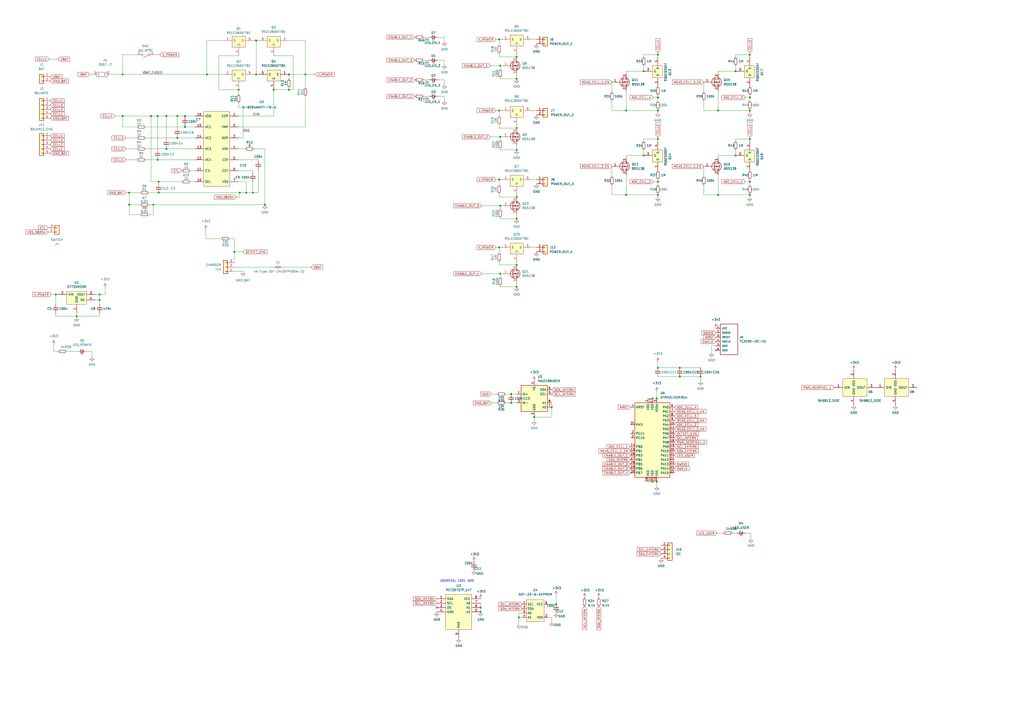
<source format=kicad_sch>
(kicad_sch (version 20231120) (generator "eeschema") (generator_version "8.0")
  (paper "A2")
  (junction (at 434.975 113.03))
  (junction (at 57.785 173.99))
  (junction (at 107.315 73.66))
  (junction (at 373.38 90.17))
  (junction (at 373.38 41.275))
  (junction (at 381.635 113.03))
  (junction (at 381 279.4))
  (junction (at 92.075 111.76))
  (junction (at 426.72 90.17))
  (junction (at 381.635 31.75))
  (junction (at 434.975 31.75))
  (junction (at 44.45 183.515))
  (junction (at 148.59 23.495))
  (junction (at 381.635 56.515))
  (junction (at 296.545 233.68))
  (junction (at 394.335 213.36))
  (junction (at 290.195 38.1))
  (junction (at 289.56 104.14))
  (junction (at 434.975 56.515))
  (junction (at 434.975 80.645))
  (junction (at 74.93 111.76))
  (junction (at 91.44 92.71))
  (junction (at 57.785 170.815))
  (junction (at 146.685 111.76))
  (junction (at 299.72 127))
  (junction (at 299.72 74.295))
  (junction (at 299.72 166.37))
  (junction (at 102.87 67.31))
  (junction (at 167.64 52.07))
  (junction (at 381.635 80.645))
  (junction (at 289.56 143.51))
  (junction (at 299.72 45.72))
  (junction (at 406.4 218.44))
  (junction (at 96.52 67.31))
  (junction (at 309.88 241.935))
  (junction (at 289.56 22.86))
  (junction (at 92.075 105.41))
  (junction (at 381 231.14))
  (junction (at 416.56 113.03))
  (junction (at 290.195 79.375))
  (junction (at 300.99 358.14))
  (junction (at 278.765 354.965))
  (junction (at 378.46 279.4))
  (junction (at 296.545 228.6))
  (junction (at 278.765 352.425))
  (junction (at 135.89 146.05))
  (junction (at 87.63 67.31))
  (junction (at 322.58 350.52))
  (junction (at 139.065 111.76))
  (junction (at 120.015 43.18))
  (junction (at 158.75 52.07))
  (junction (at 32.385 170.815))
  (junction (at 394.335 218.44))
  (junction (at 299.72 114.3))
  (junction (at 289.56 64.135))
  (junction (at 363.22 64.135))
  (junction (at 153.67 118.745))
  (junction (at 299.72 86.995))
  (junction (at 299.72 153.67))
  (junction (at 381.635 64.135))
  (junction (at 138.43 52.07))
  (junction (at 434.975 105.41))
  (junction (at 381.635 105.41))
  (junction (at 177.165 43.18))
  (junction (at 434.975 64.135))
  (junction (at 96.52 86.36))
  (junction (at 378.46 231.14))
  (junction (at 299.72 33.02))
  (junction (at 88.9 118.745))
  (junction (at 91.44 67.31))
  (junction (at 102.87 80.01))
  (junction (at 71.12 67.31))
  (junction (at 416.56 64.135))
  (junction (at 107.315 67.31))
  (junction (at 167.64 43.18))
  (junction (at 148.59 43.18))
  (junction (at 71.12 43.18))
  (junction (at 290.195 158.75))
  (junction (at 381.635 213.36))
  (junction (at 363.22 113.03))
  (junction (at 74.93 118.745))
  (junction (at 290.195 119.38))
  (junction (at 320.04 236.22))
  (junction (at 142.875 111.76))
  (junction (at 426.72 41.275))
  (no_connect (at 415.29 203.2))
  (no_connect (at 253.365 352.425))
  (no_connect (at -60.325 40.64))
  (wire (pts (xy 289.56 64.135) (xy 290.83 64.135)))
  (wire (pts (xy 135.89 138.43) (xy 135.89 146.05)))
  (wire (pts (xy 424.815 309.245) (xy 427.355 309.245)))
  (wire (pts (xy 394.335 213.36) (xy 406.4 213.36)))
  (wire (pts (xy 434.975 79.375) (xy 434.975 80.645)))
  (wire (pts (xy 416.56 90.17) (xy 416.56 91.44)))
  (wire (pts (xy 432.435 105.41) (xy 434.975 105.41)))
  (wire (pts (xy 92.71 31.75) (xy 89.535 31.75)))
  (wire (pts (xy 292.1 79.375) (xy 290.195 79.375)))
  (wire (pts (xy 147.32 86.36) (xy 153.67 86.36)))
  (wire (pts (xy 434.975 113.03) (xy 434.975 114.3)))
  (wire (pts (xy 290.195 119.38) (xy 290.195 121.285)))
  (wire (pts (xy 149.86 98.425) (xy 149.86 111.76)))
  (wire (pts (xy 426.72 31.75) (xy 434.975 31.75)))
  (wire (pts (xy 138.43 105.41) (xy 142.875 105.41)))
  (wire (pts (xy 434.975 80.645) (xy 434.975 81.915)))
  (wire (pts (xy 426.72 86.995) (xy 426.72 90.17)))
  (wire (pts (xy 299.72 124.46) (xy 299.72 127)))
  (wire (pts (xy 426.72 41.275) (xy 416.56 41.275)))
  (wire (pts (xy 87.63 67.31) (xy 91.44 67.31)))
  (wire (pts (xy 363.22 52.705) (xy 363.22 64.135)))
  (wire (pts (xy 416.56 52.705) (xy 416.56 64.135)))
  (wire (pts (xy 285.115 233.68) (xy 288.29 233.68)))
  (wire (pts (xy 381.635 105.41) (xy 381.635 107.315)))
  (wire (pts (xy 426.72 38.1) (xy 426.72 41.275)))
  (wire (pts (xy 293.37 233.68) (xy 296.545 233.68)))
  (wire (pts (xy 354.965 107.315) (xy 354.965 113.03)))
  (wire (pts (xy 434.975 64.135) (xy 434.975 65.405)))
  (wire (pts (xy 322.58 345.44) (xy 322.58 350.52)))
  (wire (pts (xy 289.56 64.135) (xy 289.56 67.31)))
  (wire (pts (xy 416.56 113.03) (xy 434.975 113.03)))
  (wire (pts (xy 290.195 45.72) (xy 299.72 45.72)))
  (wire (pts (xy 408.305 102.235) (xy 408.305 96.52)))
  (wire (pts (xy 373.38 41.275) (xy 363.22 41.275)))
  (wire (pts (xy 127 52.07) (xy 138.43 52.07)))
  (wire (pts (xy 158.75 154.94) (xy 135.89 154.94)))
  (wire (pts (xy 300.99 361.95) (xy 300.99 358.14)))
  (wire (pts (xy 289.56 22.86) (xy 289.56 26.035)))
  (wire (pts (xy 140.97 157.48) (xy 135.89 157.48)))
  (wire (pts (xy 257.81 58.42) (xy 257.81 55.88)))
  (wire (pts (xy 415.925 309.245) (xy 419.735 309.245)))
  (wire (pts (xy 354.965 53.34) (xy 354.965 47.625)))
  (wire (pts (xy 119.38 138.43) (xy 119.38 133.35)))
  (wire (pts (xy 81.28 124.46) (xy 74.93 124.46)))
  (wire (pts (xy 309.88 241.935) (xy 309.88 241.3)))
  (wire (pts (xy 84.455 80.01) (xy 102.87 80.01)))
  (wire (pts (xy 320.04 360.68) (xy 320.04 358.14)))
  (wire (pts (xy 289.56 143.51) (xy 289.56 146.685)))
  (wire (pts (xy 180.34 154.94) (xy 163.83 154.94)))
  (wire (pts (xy 53.34 207.01) (xy 53.34 203.835)))
  (wire (pts (xy 257.81 37.465) (xy 257.81 34.925)))
  (wire (pts (xy 320.04 358.14) (xy 318.135 358.14)))
  (wire (pts (xy 96.52 67.31) (xy 102.87 67.31)))
  (wire (pts (xy 32.385 183.515) (xy 32.385 181.61)))
  (wire (pts (xy 257.81 34.925) (xy 254 34.925)))
  (wire (pts (xy 31.115 203.835) (xy 31.115 200.025)))
  (wire (pts (xy 354.965 96.52) (xy 355.6 96.52)))
  (wire (pts (xy 394.335 218.44) (xy 406.4 218.44)))
  (wire (pts (xy 120.015 43.18) (xy 129.54 43.18)))
  (wire (pts (xy 102.87 74.295) (xy 102.87 67.31)))
  (wire (pts (xy 287.655 143.51) (xy 289.56 143.51)))
  (wire (pts (xy 435.61 312.42) (xy 435.61 309.245)))
  (wire (pts (xy 289.56 112.395) (xy 289.56 114.3)))
  (wire (pts (xy 287.655 104.14) (xy 289.56 104.14)))
  (wire (pts (xy 52.07 43.18) (xy 54.61 43.18)))
  (wire (pts (xy 96.52 86.36) (xy 96.52 85.725)))
  (wire (pts (xy 138.43 86.36) (xy 142.24 86.36)))
  (wire (pts (xy 363.22 101.6) (xy 363.22 113.03)))
  (wire (pts (xy 416.56 101.6) (xy 416.56 113.03)))
  (wire (pts (xy 87.63 67.31) (xy 71.12 67.31)))
  (wire (pts (xy 381 279.4) (xy 381 281.94)))
  (wire (pts (xy 177.165 55.88) (xy 177.165 73.66)))
  (wire (pts (xy 84.455 73.66) (xy 107.315 73.66)))
  (wire (pts (xy 363.22 113.03) (xy 381.635 113.03)))
  (wire (pts (xy 354.965 47.625) (xy 355.6 47.625)))
  (wire (pts (xy 289.56 72.39) (xy 289.56 74.295)))
  (wire (pts (xy 290.195 79.375) (xy 290.195 81.28)))
  (wire (pts (xy 142.875 105.41) (xy 142.875 111.76)))
  (wire (pts (xy 170.18 52.07) (xy 167.64 52.07)))
  (wire (pts (xy 279.4 158.75) (xy 290.195 158.75)))
  (wire (pts (xy 96.52 80.645) (xy 96.52 67.31)))
  (wire (pts (xy 60.96 167.005) (xy 60.96 170.815)))
  (wire (pts (xy 287.655 64.135) (xy 289.56 64.135)))
  (wire (pts (xy 63.5 43.18) (xy 71.12 43.18)))
  (wire (pts (xy 381.635 63.5) (xy 381.635 64.135)))
  (wire (pts (xy 138.43 99.06) (xy 146.685 99.06)))
  (wire (pts (xy 412.75 204.47) (xy 412.75 200.66)))
  (wire (pts (xy 128.27 138.43) (xy 119.38 138.43)))
  (wire (pts (xy 167.64 43.18) (xy 167.64 45.72)))
  (wire (pts (xy 381 227.33) (xy 381 231.14)))
  (wire (pts (xy 416.56 64.135) (xy 434.975 64.135)))
  (wire (pts (xy 57.785 170.815) (xy 55.245 170.815)))
  (wire (pts (xy 381.635 30.48) (xy 381.635 31.75)))
  (wire (pts (xy 147.32 23.495) (xy 148.59 23.495)))
  (wire (pts (xy 127 32.385) (xy 138.43 32.385)))
  (wire (pts (xy 73.025 80.01) (xy 79.375 80.01)))
  (wire (pts (xy 28.575 34.29) (xy 33.655 34.29)))
  (wire (pts (xy 86.36 111.76) (xy 92.075 111.76)))
  (wire (pts (xy 434.975 63.5) (xy 434.975 64.135)))
  (wire (pts (xy 110.49 99.06) (xy 113.03 99.06)))
  (wire (pts (xy 434.975 31.75) (xy 434.975 33.02)))
  (wire (pts (xy 71.12 31.75) (xy 79.375 31.75)))
  (wire (pts (xy 426.72 90.17) (xy 416.56 90.17)))
  (wire (pts (xy 308.61 22.86) (xy 311.15 22.86)))
  (wire (pts (xy 140.97 80.01) (xy 138.43 80.01)))
  (wire (pts (xy 32.385 170.815) (xy 32.385 176.53)))
  (wire (pts (xy 279.4 119.38) (xy 290.195 119.38)))
  (wire (pts (xy 320.04 236.22) (xy 320.04 241.935)))
  (wire (pts (xy 412.75 200.66) (xy 415.29 200.66)))
  (wire (pts (xy 290.195 127) (xy 299.72 127)))
  (wire (pts (xy 290.195 45.085) (xy 290.195 45.72)))
  (wire (pts (xy 434.975 55.245) (xy 434.975 56.515)))
  (wire (pts (xy 320.04 233.68) (xy 320.04 236.22)))
  (wire (pts (xy 434.975 105.41) (xy 434.975 107.315)))
  (wire (pts (xy 381.635 210.185) (xy 381.635 213.36)))
  (wire (pts (xy 378.46 231.14) (xy 381 231.14)))
  (wire (pts (xy 290.195 126.365) (xy 290.195 127)))
  (wire (pts (xy 406.4 218.44) (xy 406.4 220.98)))
  (wire (pts (xy 289.56 153.67) (xy 299.72 153.67)))
  (wire (pts (xy 435.61 309.245) (xy 432.435 309.245)))
  (wire (pts (xy 91.44 67.31) (xy 91.44 86.995)))
  (wire (pts (xy 107.315 67.31) (xy 107.315 67.945)))
  (wire (pts (xy 167.64 50.8) (xy 167.64 52.07)))
  (wire (pts (xy 177.165 43.18) (xy 177.165 50.8)))
  (wire (pts (xy 289.56 114.3) (xy 299.72 114.3)))
  (wire (pts (xy 135.89 138.43) (xy 133.35 138.43)))
  (wire (pts (xy 373.38 90.17) (xy 363.22 90.17)))
  (wire (pts (xy 31.115 203.835) (xy 33.655 203.835)))
  (wire (pts (xy 177.165 43.18) (xy 182.88 43.18)))
  (wire (pts (xy 287.655 22.86) (xy 289.56 22.86)))
  (wire (pts (xy 408.305 58.42) (xy 408.305 64.135)))
  (wire (pts (xy 289.56 74.295) (xy 299.72 74.295)))
  (wire (pts (xy 245.745 21.59) (xy 248.92 21.59)))
  (wire (pts (xy 140.97 62.23) (xy 140.97 80.01)))
  (wire (pts (xy 167.64 23.495) (xy 177.165 23.495)))
  (wire (pts (xy 290.195 86.36) (xy 290.195 86.995)))
  (wire (pts (xy 309.88 243.84) (xy 309.88 241.935)))
  (wire (pts (xy 29.845 170.815) (xy 32.385 170.815)))
  (wire (pts (xy 290.195 166.37) (xy 299.72 166.37)))
  (wire (pts (xy 60.96 170.815) (xy 57.785 170.815)))
  (wire (pts (xy 92.075 111.76) (xy 139.065 111.76)))
  (wire (pts (xy 86.36 124.46) (xy 88.9 124.46)))
  (wire (pts (xy 379.095 105.41) (xy 381.635 105.41)))
  (wire (pts (xy 408.305 113.03) (xy 416.56 113.03)))
  (wire (pts (xy 148.59 23.495) (xy 148.59 43.18)))
  (wire (pts (xy 381.635 55.245) (xy 381.635 56.515)))
  (wire (pts (xy 57.785 170.815) (xy 57.785 173.99)))
  (wire (pts (xy 299.72 33.02) (xy 299.72 31.75)))
  (wire (pts (xy 91.44 67.31) (xy 96.52 67.31)))
  (wire (pts (xy 53.34 203.835) (xy 50.165 203.835)))
  (wire (pts (xy 299.72 43.18) (xy 299.72 45.72)))
  (wire (pts (xy 113.03 67.31) (xy 107.315 67.31)))
  (wire (pts (xy 426.72 80.645) (xy 434.975 80.645)))
  (wire (pts (xy 379.095 56.515) (xy 381.635 56.515)))
  (wire (pts (xy 296.545 228.6) (xy 299.72 228.6)))
  (wire (pts (xy 73.025 92.71) (xy 79.375 92.71)))
  (wire (pts (xy 167.64 43.18) (xy 177.165 43.18)))
  (wire (pts (xy 127 32.385) (xy 127 52.07)))
  (wire (pts (xy 73.025 111.76) (xy 74.93 111.76)))
  (wire (pts (xy 148.59 43.18) (xy 149.86 43.18)))
  (wire (pts (xy 381.635 79.375) (xy 381.635 80.645)))
  (wire (pts (xy 373.38 31.75) (xy 381.635 31.75)))
  (wire (pts (xy 299.72 163.83) (xy 299.72 166.37)))
  (wire (pts (xy 91.44 92.71) (xy 91.44 92.075)))
  (wire (pts (xy 278.765 352.425) (xy 278.765 354.965)))
  (wire (pts (xy 293.37 228.6) (xy 296.545 228.6)))
  (wire (pts (xy 290.195 158.75) (xy 290.195 160.655)))
  (wire (pts (xy 354.965 113.03) (xy 363.22 113.03)))
  (wire (pts (xy 375.92 231.14) (xy 378.46 231.14)))
  (wire (pts (xy 284.48 79.375) (xy 290.195 79.375)))
  (wire (pts (xy 138.43 62.23) (xy 140.97 62.23)))
  (wire (pts (xy 290.195 86.995) (xy 299.72 86.995)))
  (wire (pts (xy 373.38 38.1) (xy 373.38 41.275)))
  (wire (pts (xy 299.72 84.455) (xy 299.72 86.995)))
  (wire (pts (xy 170.18 32.385) (xy 170.18 52.07)))
  (wire (pts (xy 416.56 41.275) (xy 416.56 42.545)))
  (wire (pts (xy 158.75 67.31) (xy 158.75 52.07)))
  (wire (pts (xy 71.12 67.31) (xy 71.12 73.66)))
  (wire (pts (xy 71.12 73.66) (xy 79.375 73.66)))
  (wire (pts (xy 378.46 279.4) (xy 381 279.4)))
  (wire (pts (xy 146.685 111.76) (xy 142.875 111.76)))
  (wire (pts (xy 107.315 73.025) (xy 107.315 73.66)))
  (wire (pts (xy 138.43 52.07) (xy 138.43 54.61)))
  (wire (pts (xy 73.025 86.36) (xy 79.375 86.36)))
  (wire (pts (xy 74.93 118.745) (xy 74.93 111.76)))
  (wire (pts (xy 381.635 112.395) (xy 381.635 113.03)))
  (wire (pts (xy 434.975 112.395) (xy 434.975 113.03)))
  (wire (pts (xy 102.87 67.31) (xy 107.315 67.31)))
  (wire (pts (xy 158.75 32.385) (xy 170.18 32.385)))
  (wire (pts (xy 373.38 33.02) (xy 373.38 31.75)))
  (wire (pts (xy 57.785 183.515) (xy 44.45 183.515)))
  (wire (pts (xy 71.12 43.18) (xy 120.015 43.18)))
  (wire (pts (xy 102.87 80.01) (xy 102.87 79.375)))
  (wire (pts (xy 149.86 93.345) (xy 149.86 92.71)))
  (wire (pts (xy 434.975 56.515) (xy 434.975 58.42)))
  (wire (pts (xy 135.89 146.05) (xy 135.89 152.4)))
  (wire (pts (xy 322.58 350.52) (xy 318.135 350.52)))
  (wire (pts (xy 153.67 86.36) (xy 153.67 118.745)))
  (wire (pts (xy 38.735 203.835) (xy 45.085 203.835)))
  (wire (pts (xy 408.305 64.135) (xy 416.56 64.135)))
  (wire (pts (xy 245.745 34.925) (xy 248.92 34.925)))
  (wire (pts (xy 373.38 86.995) (xy 373.38 90.17)))
  (wire (pts (xy 257.81 55.88) (xy 254 55.88)))
  (wire (pts (xy 57.785 181.61) (xy 57.785 183.515)))
  (wire (pts (xy 292.1 158.75) (xy 290.195 158.75)))
  (wire (pts (xy 354.965 64.135) (xy 363.22 64.135)))
  (wire (pts (xy 92.075 105.41) (xy 92.075 106.68)))
  (wire (pts (xy 300.99 355.6) (xy 300.99 358.14)))
  (wire (pts (xy 381.635 64.135) (xy 381.635 65.405)))
  (wire (pts (xy 408.305 53.34) (xy 408.305 47.625)))
  (wire (pts (xy 434.975 30.48) (xy 434.975 31.75)))
  (wire (pts (xy 44.45 181.61) (xy 44.45 183.515)))
  (wire (pts (xy 381.635 113.03) (xy 381.635 114.3)))
  (wire (pts (xy 381.635 213.36) (xy 394.335 213.36)))
  (wire (pts (xy 86.36 118.745) (xy 88.9 118.745)))
  (wire (pts (xy 74.93 124.46) (xy 74.93 118.745)))
  (wire (pts (xy 147.32 43.18) (xy 148.59 43.18)))
  (wire (pts (xy 245.745 55.88) (xy 248.92 55.88)))
  (wire (pts (xy 408.305 96.52) (xy 408.94 96.52)))
  (wire (pts (xy 289.56 151.765) (xy 289.56 153.67)))
  (wire (pts (xy 71.12 31.75) (xy 71.12 43.18)))
  (wire (pts (xy 285.115 228.6) (xy 288.29 228.6)))
  (wire (pts (xy 289.56 104.14) (xy 290.83 104.14)))
  (wire (pts (xy 354.965 102.235) (xy 354.965 96.52)))
  (wire (pts (xy 138.43 59.69) (xy 138.43 62.23)))
  (wire (pts (xy 113.03 86.36) (xy 96.52 86.36)))
  (wire (pts (xy 320.04 241.935) (xy 309.88 241.935)))
  (wire (pts (xy 113.03 92.71) (xy 91.44 92.71)))
  (wire (pts (xy 138.43 92.71) (xy 149.86 92.71)))
  (wire (pts (xy 292.1 119.38) (xy 290.195 119.38)))
  (wire (pts (xy 299.72 74.295) (xy 299.72 73.025)))
  (wire (pts (xy 290.195 165.735) (xy 290.195 166.37)))
  (wire (pts (xy 120.015 23.495) (xy 129.54 23.495)))
  (wire (pts (xy 363.22 90.17) (xy 363.22 91.44)))
  (wire (pts (xy 381.635 80.645) (xy 381.635 81.915)))
  (wire (pts (xy 296.545 233.68) (xy 299.72 233.68)))
  (wire (pts (xy 308.61 64.135) (xy 311.15 64.135)))
  (wire (pts (xy 139.065 114.3) (xy 139.065 111.76)))
  (wire (pts (xy 44.45 183.515) (xy 32.385 183.515)))
  (wire (pts (xy 408.305 107.315) (xy 408.305 113.03)))
  (wire (pts (xy 84.455 86.36) (xy 96.52 86.36)))
  (wire (pts (xy 87.63 67.31) (xy 87.63 105.41)))
  (wire (pts (xy 381.635 56.515) (xy 381.635 58.42)))
  (wire (pts (xy 110.49 105.41) (xy 113.03 105.41)))
  (wire (pts (xy 105.41 105.41) (xy 92.075 105.41)))
  (wire (pts (xy 289.56 104.14) (xy 289.56 107.315)))
  (wire (pts (xy 177.165 23.495) (xy 177.165 43.18)))
  (wire (pts (xy 363.22 41.275) (xy 363.22 42.545)))
  (wire (pts (xy 381.635 104.14) (xy 381.635 105.41)))
  (wire (pts (xy 88.9 118.745) (xy 153.67 118.745)))
  (wire (pts (xy 167.64 52.07) (xy 158.75 52.07)))
  (wire (pts (xy 426.72 33.02) (xy 426.72 31.75)))
  (wire (pts (xy 138.43 73.66) (xy 177.165 73.66)))
  (wire (pts (xy 381.635 31.75) (xy 381.635 33.02)))
  (wire (pts (xy 107.315 73.66) (xy 113.03 73.66)))
  (wire (pts (xy 257.81 24.13) (xy 257.81 21.59)))
  (wire (pts (xy 299.72 114.3) (xy 299.72 113.03)))
  (wire (pts (xy 354.965 58.42) (xy 354.965 64.135)))
  (wire (pts (xy 289.56 33.02) (xy 299.72 33.02)))
  (wire (pts (xy 278.765 349.885) (xy 278.765 352.425)))
  (wire (pts (xy 299.72 153.67) (xy 299.72 152.4)))
  (wire (pts (xy 308.61 104.14) (xy 311.15 104.14)))
  (wire (pts (xy 257.81 48.895) (xy 257.81 46.355)))
  (wire (pts (xy 426.72 81.915) (xy 426.72 80.645)))
  (wire (pts (xy 55.245 173.99) (xy 57.785 173.99)))
  (wire (pts (xy 146.685 105.41) (xy 146.685 111.76)))
  (wire (pts (xy 148.59 23.495) (xy 149.86 23.495)))
  (wire (pts (xy 289.56 22.86) (xy 290.83 22.86)))
  (wire (pts (xy 149.86 111.76) (xy 146.685 111.76)))
  (wire (pts (xy 138.43 67.31) (xy 158.75 67.31)))
  (wire (pts (xy 434.975 104.14) (xy 434.975 105.41)))
  (wire (pts (xy 74.93 118.745) (xy 81.28 118.745)))
  (wire (pts (xy 373.38 80.645) (xy 381.635 80.645)))
  (wire (pts (xy 290.195 38.1) (xy 290.195 40.005)))
  (wire (pts (xy 92.075 105.41) (xy 87.63 105.41)))
  (wire (pts (xy 257.81 46.355) (xy 254 46.355)))
  (wire (pts (xy 300.99 358.14) (xy 302.895 358.14)))
  (wire (pts (xy 308.61 143.51) (xy 311.15 143.51)))
  (wire (pts (xy 84.455 92.71) (xy 91.44 92.71)))
  (wire (pts (xy 363.22 64.135) (xy 381.635 64.135)))
  (wire (pts (xy 137.16 114.3) (xy 139.065 114.3)))
  (wire (pts (xy 289.56 143.51) (xy 290.83 143.51)))
  (wire (pts (xy 257.81 21.59) (xy 254 21.59)))
  (wire (pts (xy 139.065 111.76) (xy 142.875 111.76)))
  (wire (pts (xy 245.745 46.355) (xy 248.92 46.355)))
  (wire (pts (xy 44.45 183.515) (xy 44.45 184.15)))
  (wire (pts (xy 32.385 170.815) (xy 33.655 170.815)))
  (wire (pts (xy 284.48 38.1) (xy 290.195 38.1)))
  (wire (pts (xy 432.435 56.515) (xy 434.975 56.515)))
  (wire (pts (xy 289.56 31.115) (xy 289.56 33.02)))
  (wire (pts (xy 135.89 146.05) (xy 140.97 146.05)))
  (wire (pts (xy 113.03 80.01) (xy 102.87 80.01)))
  (wire (pts (xy 146.685 99.06) (xy 146.685 100.33)))
  (wire (pts (xy 381.635 218.44) (xy 394.335 218.44)))
  (wire (pts (xy 57.785 173.99) (xy 57.785 176.53)))
  (wire (pts (xy 88.9 124.46) (xy 88.9 118.745)))
  (wire (pts (xy 66.675 67.31) (xy 71.12 67.31)))
  (wire (pts (xy 375.92 279.4) (xy 378.46 279.4)))
  (wire (pts (xy 120.015 23.495) (xy 120.015 43.18)))
  (wire (pts (xy 408.305 47.625) (xy 408.94 47.625)))
  (wire (pts (xy 373.38 81.915) (xy 373.38 80.645)))
  (wire (pts (xy 302.895 355.6) (xy 300.99 355.6)))
  (wire (pts (xy 74.93 111.76) (xy 81.28 111.76)))
  (wire (pts (xy 292.1 38.1) (xy 290.195 38.1)))
  (text "ADDRESS: 1001 000" (at 255.27 337.82 0) (effects (font (size 1.27 1.27)) (justify left bottom)))
  (label "VBAT_FUSED" (at 82.55 43.18 0))
  (label "CHG" (at 146.685 67.31 0))
  (label "CHG" (at -70.485 349.25 270))
  (label "DSG" (at 140.97 76.835 0))
  (label "VBAT_FUSED" (at -29.845 40.64 0))
  (label "DSG" (at -86.36 350.52 270))
  (global_label "ADC_CELL_1" (shape input) (at 432.435 105.41 180) (property "Intersheetrefs" "${INTERSHEET_REFS}" (effects (hide yes))))
  (global_label "MEAS_CELL_4_EN" (shape input) (at 391.16 238.76 0) (property "Intersheetrefs" "${INTERSHEET_REFS}" (effects (hide yes))))
  (global_label "ENABLE_OUT_1" (shape input) (at 240.665 55.88 180) (property "Intersheetrefs" "${INTERSHEET_REFS}" (effects (hide yes))))
  (global_label "CELL4" (shape input) (at 28.575 34.29 180) (property "Intersheetrefs" "${INTERSHEET_REFS}" (effects (hide yes))))
  (global_label "CELL3" (shape input) (at 29.21 81.28 0) (property "Intersheetrefs" "${INTERSHEET_REFS}" (effects (hide yes))))
  (global_label "VBAT" (shape input) (at 52.07 43.18 180) (property "Intersheetrefs" "${INTERSHEET_REFS}" (effects (hide yes))))
  (global_label "SDA_EXTERN" (shape input) (at 383.54 321.31 180) (property "Intersheetrefs" "${INTERSHEET_REFS}" (effects (hide yes))))
  (global_label "V_POWER" (shape input) (at 182.88 43.18 0) (property "Intersheetrefs" "${INTERSHEET_REFS}" (effects (hide yes))))
  (global_label "CELL2" (shape input) (at 29.21 83.82 0) (property "Intersheetrefs" "${INTERSHEET_REFS}" (effects (hide yes))))
  (global_label "CELL3" (shape input) (at 29.21 60.96 0) (property "Intersheetrefs" "${INTERSHEET_REFS}" (effects (hide yes))))
  (global_label "ENABLE_OUT_4" (shape input) (at 240.665 21.59 180) (property "Intersheetrefs" "${INTERSHEET_REFS}" (effects (hide yes))))
  (global_label "CELL2" (shape input) (at 73.025 86.36 180) (property "Intersheetrefs" "${INTERSHEET_REFS}" (effects (hide yes))))
  (global_label "MEAS_CELL_1_EN" (shape input) (at 408.305 96.52 180) (property "Intersheetrefs" "${INTERSHEET_REFS}" (effects (hide yes))))
  (global_label "ADC_CELL_1" (shape input) (at 365.76 259.08 180) (property "Intersheetrefs" "${INTERSHEET_REFS}" (effects (hide yes))))
  (global_label "DETECT_CHG" (shape input) (at 140.97 146.05 0) (property "Intersheetrefs" "${INTERSHEET_REFS}" (effects (hide yes))))
  (global_label "LED_USER" (shape input) (at 415.925 309.245 180) (property "Intersheetrefs" "${INTERSHEET_REFS}" (effects (hide yes))))
  (global_label "SCL_EXTERN" (shape input) (at 383.54 318.77 180) (property "Intersheetrefs" "${INTERSHEET_REFS}" (effects (hide yes))))
  (global_label "VSS_S8254" (shape input) (at 137.16 114.3 180) (property "Intersheetrefs" "${INTERSHEET_REFS}" (effects (hide yes))))
  (global_label "ENABLE_OUT_2" (shape input) (at 284.48 79.375 180) (property "Intersheetrefs" "${INTERSHEET_REFS}" (effects (hide yes))))
  (global_label "V_POWER" (shape input) (at 287.655 104.14 180) (property "Intersheetrefs" "${INTERSHEET_REFS}" (effects (hide yes))))
  (global_label "GND" (shape input) (at 285.115 228.6 180) (property "Intersheetrefs" "${INTERSHEET_REFS}" (effects (hide yes))))
  (global_label "MEAS_CELL_3_EN" (shape input) (at 408.305 47.625 180) (property "Intersheetrefs" "${INTERSHEET_REFS}" (effects (hide yes))))
  (global_label "ADC_CELL_2" (shape input) (at 435.61 -33.02 90) (property "Intersheetrefs" "${INTERSHEET_REFS}" (effects (hide yes))))
  (global_label "CELL1" (shape input) (at 73.025 92.71 180) (property "Intersheetrefs" "${INTERSHEET_REFS}" (effects (hide yes))))
  (global_label "ADC_CELL_1" (shape input) (at 420.37 -33.02 90) (property "Intersheetrefs" "${INTERSHEET_REFS}" (effects (hide yes))))
  (global_label "SDA_INTERN" (shape input) (at 365.76 266.7 180) (property "Intersheetrefs" "${INTERSHEET_REFS}" (effects (hide yes))))
  (global_label "SCL_INTERN" (shape input) (at 320.04 228.6 0) (property "Intersheetrefs" "${INTERSHEET_REFS}" (effects (hide yes))))
  (global_label "CELL4" (shape input) (at 66.675 67.31 180) (property "Intersheetrefs" "${INTERSHEET_REFS}" (effects (hide yes))))
  (global_label "GND_BAT" (shape input) (at 73.025 111.76 180) (property "Intersheetrefs" "${INTERSHEET_REFS}" (effects (hide yes))))
  (global_label "CELL1" (shape input) (at 434.975 79.375 90) (property "Intersheetrefs" "${INTERSHEET_REFS}" (effects (hide yes))))
  (global_label "LED_USER" (shape input) (at 391.16 264.16 0) (property "Intersheetrefs" "${INTERSHEET_REFS}" (effects (hide yes))))
  (global_label "SDA_INTERN" (shape input) (at 253.365 347.345 180) (property "Intersheetrefs" "${INTERSHEET_REFS}" (effects (hide yes))))
  (global_label "VBAT" (shape input) (at -45.72 361.315 270) (property "Intersheetrefs" "${INTERSHEET_REFS}" (effects (hide yes))))
  (global_label "V_POWER" (shape input) (at 287.655 64.135 180) (property "Intersheetrefs" "${INTERSHEET_REFS}" (effects (hide yes))))
  (global_label "SDA_INTERN" (shape input) (at -114.935 355.6 270) (property "Intersheetrefs" "${INTERSHEET_REFS}" (effects (hide yes))))
  (global_label "ADC_CELL_4" (shape input) (at 458.47 -33.02 90) (property "Intersheetrefs" "${INTERSHEET_REFS}" (effects (hide yes))))
  (global_label "V_POWER" (shape input) (at 29.845 170.815 180) (property "Intersheetrefs" "${INTERSHEET_REFS}" (effects (hide yes))))
  (global_label "ENABLE_OUT_3" (shape input) (at 279.4 119.38 180) (property "Intersheetrefs" "${INTERSHEET_REFS}" (effects (hide yes))))
  (global_label "V_POWER" (shape input) (at 92.71 31.75 0) (property "Intersheetrefs" "${INTERSHEET_REFS}" (effects (hide yes))))
  (global_label "VBAT" (shape input) (at 33.655 34.29 0) (property "Intersheetrefs" "${INTERSHEET_REFS}" (effects (hide yes))))
  (global_label "VSS_S8254" (shape input) (at 27.94 134.62 180) (property "Intersheetrefs" "${INTERSHEET_REFS}" (effects (hide yes))))
  (global_label "CELL4" (shape input) (at 29.21 78.74 0) (property "Intersheetrefs" "${INTERSHEET_REFS}" (effects (hide yes))))
  (global_label "MEAS_CELL_4_EN" (shape input) (at 354.965 47.625 180) (property "Intersheetrefs" "${INTERSHEET_REFS}" (effects (hide yes))))
  (global_label "ENABLE_OUT_1" (shape input) (at 284.48 38.1 180) (property "Intersheetrefs" "${INTERSHEET_REFS}" (effects (hide yes))))
  (global_label "ADC_CELL_3" (shape input) (at 432.435 56.515 180) (property "Intersheetrefs" "${INTERSHEET_REFS}" (effects (hide yes))))
  (global_label "DETECT_CHG" (shape input) (at 391.16 251.46 0) (property "Intersheetrefs" "${INTERSHEET_REFS}" (effects (hide yes))))
  (global_label "ADC_CELL_3" (shape input) (at 447.04 -33.02 90) (property "Intersheetrefs" "${INTERSHEET_REFS}" (effects (hide yes))))
  (global_label "GND_BAT" (shape input) (at 29.21 88.9 0) (property "Intersheetrefs" "${INTERSHEET_REFS}" (effects (hide yes))))
  (global_label "SCL_INTERN" (shape input) (at 391.16 254 0) (property "Intersheetrefs" "${INTERSHEET_REFS}" (effects (hide yes))))
  (global_label "CELL2" (shape input) (at 381.635 79.375 90) (property "Intersheetrefs" "${INTERSHEET_REFS}" (effects (hide yes))))
  (global_label "SWDIO" (shape input) (at 415.29 193.04 180) (property "Intersheetrefs" "${INTERSHEET_REFS}" (effects (hide yes))))
  (global_label "V_POWER" (shape input) (at -29.845 43.18 0) (property "Intersheetrefs" "${INTERSHEET_REFS}" (effects (hide yes))))
  (global_label "GND_BAT" (shape input) (at 29.21 46.99 0) (property "Intersheetrefs" "${INTERSHEET_REFS}" (effects (hide yes))))
  (global_label "CELL3" (shape input) (at 73.025 80.01 180) (property "Intersheetrefs" "${INTERSHEET_REFS}" (effects (hide yes))))
  (global_label "NRST" (shape input) (at 365.76 236.22 180) (property "Intersheetrefs" "${INTERSHEET_REFS}" (effects (hide yes))))
  (global_label "MEAS_CELL_1_EN" (shape input) (at 365.76 261.62 180) (property "Intersheetrefs" "${INTERSHEET_REFS}" (effects (hide yes))))
  (global_label "CTL" (shape input) (at 27.94 132.08 180) (property "Intersheetrefs" "${INTERSHEET_REFS}" (effects (hide yes))))
  (global_label "V_POWER" (shape input) (at -50.8 384.175 270) (property "Intersheetrefs" "${INTERSHEET_REFS}" (effects (hide yes))))
  (global_label "PWM_NEOPIXEL_1" (shape input) (at 483.87 224.79 180) (property "Intersheetrefs" "${INTERSHEET_REFS}" (effects (hide yes))))
  (global_label "SDA_INTERN" (shape input) (at 320.04 226.06 0) (property "Intersheetrefs" "${INTERSHEET_REFS}" (effects (hide yes))))
  (global_label "ADC_CELL_3" (shape input) (at 391.16 241.3 0) (property "Intersheetrefs" "${INTERSHEET_REFS}" (effects (hide yes))))
  (global_label "CELL4" (shape input) (at 381.635 30.48 90) (property "Intersheetrefs" "${INTERSHEET_REFS}" (effects (hide yes))))
  (global_label "CELL1" (shape input) (at 29.21 66.04 0) (property "Intersheetrefs" "${INTERSHEET_REFS}" (effects (hide yes))))
  (global_label "VBAT" (shape input) (at 29.21 44.45 0) (property "Intersheetrefs" "${INTERSHEET_REFS}" (effects (hide yes))))
  (global_label "SCL_EXTERN" (shape input) (at 391.16 259.08 0) (property "Intersheetrefs" "${INTERSHEET_REFS}" (effects (hide yes))))
  (global_label "VBAT" (shape input) (at 180.34 154.94 0) (property "Intersheetrefs" "${INTERSHEET_REFS}" (effects (hide yes))))
  (global_label "SCL_INTERN" (shape input) (at 253.365 349.885 180) (property "Intersheetrefs" "${INTERSHEET_REFS}" (effects (hide yes))))
  (global_label "GND_BAT" (shape input) (at -66.04 370.84 270) (property "Intersheetrefs" "${INTERSHEET_REFS}" (effects (hide yes))))
  (global_label "ENABLE_OUT_4" (shape input) (at 365.76 274.32 180) (property "Intersheetrefs" "${INTERSHEET_REFS}" (effects (hide yes))))
  (global_label "ADC_CELL_4" (shape input) (at 391.16 236.22 0) (property "Intersheetrefs" "${INTERSHEET_REFS}" (effects (hide yes))))
  (global_label "CELL2" (shape input) (at 29.21 63.5 0) (property "Intersheetrefs" "${INTERSHEET_REFS}" (effects (hide yes))))
  (global_label "CELL4" (shape input) (at 29.21 58.42 0) (property "Intersheetrefs" "${INTERSHEET_REFS}" (effects (hide yes))))
  (global_label "ENABLE_OUT_4" (shape input) (at 279.4 158.75 180) (property "Intersheetrefs" "${INTERSHEET_REFS}" (effects (hide yes))))
  (global_label "MEAS_CELL_2_EN" (shape input) (at 391.16 248.92 0) (property "Intersheetrefs" "${INTERSHEET_REFS}" (effects (hide yes))))
  (global_label "PWM_NEOPIXEL_1" (shape input) (at 391.16 256.54 0) (property "Intersheetrefs" "${INTERSHEET_REFS}" (effects (hide yes))))
  (global_label "MEAS_CELL_2_EN" (shape input) (at 354.965 96.52 180) (property "Intersheetrefs" "${INTERSHEET_REFS}" (effects (hide yes))))
  (global_label "ADC_CELL_4" (shape input) (at 379.095 56.515 180) (property "Intersheetrefs" "${INTERSHEET_REFS}" (effects (hide yes))))
  (global_label "CELL3" (shape input) (at 434.975 30.48 90) (property "Intersheetrefs" "${INTERSHEET_REFS}" (effects (hide yes))))
  (global_label "CTL" (shape input) (at 105.41 99.06 180) (property "Intersheetrefs" "${INTERSHEET_REFS}" (effects (hide yes))))
  (global_label "ENABLE_OUT_3" (shape input) (at 365.76 271.78 180) (property "Intersheetrefs" "${INTERSHEET_REFS}" (effects (hide yes))))
  (global_label "SWDIO" (shape input) (at 391.16 269.24 0) (property "Intersheetrefs" "${INTERSHEET_REFS}" (effects (hide yes))))
  (global_label "ADC_CELL_2" (shape input) (at 379.095 105.41 180) (property "Intersheetrefs" "${INTERSHEET_REFS}" (effects (hide yes))))
  (global_label "ENABLE_OUT_3" (shape input) (at 240.665 34.925 180) (property "Intersheetrefs" "${INTERSHEET_REFS}" (effects (hide yes))))
  (global_label "SWCLK" (shape input) (at 415.29 198.12 180) (property "Intersheetrefs" "${INTERSHEET_REFS}" (effects (hide yes))))
  (global_label "SCL_INTERN" (shape input) (at 339.09 351.79 270) (property "Intersheetrefs" "${INTERSHEET_REFS}" (effects (hide yes))))
  (global_label "V_POWER" (shape input) (at 287.655 22.86 180) (property "Intersheetrefs" "${INTERSHEET_REFS}" (effects (hide yes))))
  (global_label "SDA_INTERN" (shape input) (at 302.895 353.06 180) (property "Intersheetrefs" "${INTERSHEET_REFS}" (effects (hide yes))))
  (global_label "NRST" (shape input) (at 415.29 195.58 180) (property "Intersheetrefs" "${INTERSHEET_REFS}" (effects (hide yes))))
  (global_label "ENABLE_OUT_2" (shape input) (at 240.665 46.355 180) (property "Intersheetrefs" "${INTERSHEET_REFS}" (effects (hide yes))))
  (global_label "V_POWER" (shape input) (at 287.655 143.51 180) (property "Intersheetrefs" "${INTERSHEET_REFS}" (effects (hide yes))))
  (global_label "SWCLK" (shape input) (at 391.16 271.78 0) (property "Intersheetrefs" "${INTERSHEET_REFS}" (effects (hide yes))))
  (global_label "GND_BAT" (shape input) (at 29.21 68.58 0) (property "Intersheetrefs" "${INTERSHEET_REFS}" (effects (hide yes))))
  (global_label "SDA_INTERN" (shape input) (at 347.345 351.79 270) (property "Intersheetrefs" "${INTERSHEET_REFS}" (effects (hide yes))))
  (global_label "MEAS_CELL_3_EN" (shape input) (at 391.16 243.84 0) (property "Intersheetrefs" "${INTERSHEET_REFS}" (effects (hide yes))))
  (global_label "SCL_INTERN" (shape input) (at 302.895 350.52 180) (property "Intersheetrefs" "${INTERSHEET_REFS}" (effects (hide yes))))
  (global_label "GND_BAT" (shape input) (at 285.115 233.68 180) (property "Intersheetrefs" "${INTERSHEET_REFS}" (effects (hide yes))))
  (global_label "ENABLE_OUT_1" (shape input) (at 365.76 264.16 180) (property "Intersheetrefs" "${INTERSHEET_REFS}" (effects (hide yes))))
  (global_label "SDA_EXTERN" (shape input) (at 391.16 261.62 0) (property "Intersheetrefs" "${INTERSHEET_REFS}" (effects (hide yes))))
  (global_label "ENABLE_OUT_2" (shape input) (at 365.76 269.24 180) (property "Intersheetrefs" "${INTERSHEET_REFS}" (effects (hide yes))))
  (global_label "ADC_CELL_2" (shape input) (at 391.16 246.38 0) (property "Intersheetrefs" "${INTERSHEET_REFS}" (effects (hide yes))))
  (global_label "CELL1" (shape input) (at 29.21 86.36 0) (property "Intersheetrefs" "${INTERSHEET_REFS}" (effects (hide yes))))
  (global_label "SCL_INTERN" (shape input) (at -101.6 355.6 270) (property "Intersheetrefs" "${INTERSHEET_REFS}" (effects (hide yes))))
  (symbol (lib_id "Transistor_FET:BSS138") (at 414.02 47.625 0) (unit 1)
    (property "Reference" "Q15" (at 419.735 46.3549 0) (effects (justify left)))
    (property "Value" "BSS138" (at 419.735 48.8949 0) (effects (justify left)))
    (property "Footprint" "Package_TO_SOT_SMD:SOT-323_SC-70" (effects (hide yes)))
    (property "Datasheet" "https://www.onsemi.com/pub/Collateral/BSS138-D.PDF" (effects (hide yes)))
  )
  (symbol (lib_id "Transistor_FET:BSS138") (at 360.68 96.52 0) (unit 1)
    (property "Reference" "Q12" (at 366.395 95.2499 0) (effects (justify left)))
    (property "Value" "BSS138" (at 366.395 97.7899 0) (effects (justify left)))
    (property "Footprint" "Package_TO_SOT_SMD:SOT-323_SC-70" (effects (hide yes)))
    (property "Datasheet" "https://www.onsemi.com/pub/Collateral/BSS138-D.PDF" (effects (hide yes)))
  )
  (symbol (lib_id "power:GND") (at 320.04 360.68 0) (unit 1)
    (property "Reference" "#PWR013" (effects (hide yes)))
    (property "Value" "GND" (at 323.342 362.5342 0))
  )
  (symbol (lib_id "power:GND") (at 299.72 166.37 0) (unit 1)
    (property "Reference" "#PWR048" (effects (hide yes)))
    (property "Value" "GND" (at 299.72 170.815 0))
  )
  (symbol (lib_id "Device:R_Small") (at 81.915 86.36 90) (unit 1)
    (property "Reference" "R4" (at 80.645 82.55 90))
    (property "Value" "1k" (at 80.645 84.455 90))
    (property "Footprint" "Resistor_SMD:R_0603_1608Metric" (effects (hide yes)))
  )
  (symbol (lib_id "Connector:TestPoint") (at -45.72 361.315 0) (unit 1)
    (property "Reference" "TP8" (at -43.815 356.7429 0) (effects (justify left)))
    (property "Value" "TestPoint" (at -43.815 359.2829 0) (effects (justify left)))
    (property "Footprint" "TestPoint:TestPoint_Pad_D1.5mm" (effects (hide yes)))
  )
  (symbol (lib_id "Device:R_Small") (at 422.275 309.245 90) (unit 1)
    (property "Reference" "R28" (at 425.45 306.705 90))
    (property "Value" "1k" (at 422.275 306.705 90))
    (property "Footprint" "Resistor_SMD:R_0603_1608Metric" (effects (hide yes)))
  )
  (symbol (lib_id "Device:R_Small") (at 434.975 109.855 180) (unit 1)
    (property "Reference" "R46" (at 432.435 109.855 0))
    (property "Value" "100k" (at 438.15 109.855 0))
    (property "Footprint" "Resistor_SMD:R_0603_1608Metric" (effects (hide yes)))
  )
  (symbol (lib_id "Device:R_Small") (at 243.205 21.59 90) (unit 1)
    (property "Reference" "R49" (at 244.475 23.495 90))
    (property "Value" "1k" (at 247.65 22.86 90))
    (property "Footprint" "Resistor_SMD:R_0603_1608Metric" (effects (hide yes)))
  )
  (symbol (lib_id "Device:C_Small") (at 394.335 215.9 0) (unit 1)
    (property "Reference" "C15" (at 401.32 215.9 0) (effects (justify left)))
    (property "Value" "100n" (at 396.24 215.9 0) (effects (justify left)))
    (property "Footprint" "Capacitor_SMD:C_0603_1608Metric" (effects (hide yes)))
  )
  (symbol (lib_id "power:+3V3") (at 278.765 347.345 0) (unit 1)
    (property "Reference" "#PWR010" (effects (hide yes)))
    (property "Value" "+3V3" (at 279.1333 343.0206 0))
  )
  (symbol (lib_id "SamacSys_Parts:RZQ045P01TR") (at 381.635 99.06 270) (mirror x) (unit 1)
    (property "Reference" "Q14" (at 388.62 90.805 0))
    (property "Value" "RQ6E030AT" (at 386.08 90.805 0))
    (property "Footprint" "downloaded_parts:SOT95P280X100-6N" (effects (hide yes)))
    (property "Description" "MOSFET P Chan-12V+/-4.5A 1.5V Drive" (effects (hide yes)))
    (property "Height" "1" (effects (hide yes)))
    (property "Mouser Part Number" "755-RZQ045P01TR" (effects (hide yes)))
    (property "Mouser Price/Stock" "https://www.mouser.co.uk/ProductDetail/ROHM-Semiconductor/RZQ045P01TR?qs=wXhBCuSapIPn%2F%252BExyZj4Uw%3D%3D" (effects (hide yes)))
    (property "Manufacturer_Name" "ROHM Semiconductor" (effects (hide yes)))
    (property "Manufacturer_Part_Number" "RZQ045P01TR" (effects (hide yes)))
  )
  (symbol (lib_id "Device:R_Small") (at 138.43 57.15 180) (unit 1)
    (property "Reference" "R11" (at 134.62 57.15 90))
    (property "Value" "5k1" (at 136.525 57.15 90))
    (property "Footprint" "Resistor_SMD:R_0603_1608Metric" (effects (hide yes)))
  )
  (symbol (lib_id "power:GND") (at 257.81 58.42 0) (unit 1)
    (property "Reference" "#PWR018" (effects (hide yes)))
    (property "Value" "GND" (at 257.81 62.865 0))
  )
  (symbol (lib_id "Device:C_Small") (at 406.4 215.9 0) (unit 1)
    (property "Reference" "C16" (at 413.385 215.9 0) (effects (justify left)))
    (property "Value" "100n" (at 408.305 215.9 0) (effects (justify left)))
    (property "Footprint" "Capacitor_SMD:C_0603_1608Metric" (effects (hide yes)))
  )
  (symbol (lib_id "downloaded_parts:SK6812_SIDE") (at 508 224.79 0) (unit 1)
    (property "Reference" "D8" (at 527.685 227.3299 0) (effects (justify left)))
    (property "Value" "SK6812_SIDE" (at 498.475 232.41 0) (effects (justify left)))
    (property "Footprint" "downloaded_parts:SK6812SIDE" (effects (hide yes)))
    (property "Datasheet" "https://drive.google.com/file/d/1ogB9Ikb2NH7tOdPVDoBaHqeA7tHurhhe/view?usp=sharing" (effects (hide yes)))
    (property "Description" "SK6812 SIDE/SK6805 SIDE is a smart LED control circuit" (effects (hide yes)))
    (property "Height" "2.05" (effects (hide yes)))
    (property "Manufacturer_Name" "Shenzhen Normand Electronic" (effects (hide yes)))
    (property "Manufacturer_Part_Number" "SK6812 SIDE" (effects (hide yes)))
  )
  (symbol (lib_id "power:GND") (at 299.72 86.995 0) (unit 1)
    (property "Reference" "#PWR020" (effects (hide yes)))
    (property "Value" "GND" (at 299.72 91.44 0))
  )
  (symbol (lib_id "downloaded_parts:PCT2075TP,147") (at 253.365 347.345 0) (unit 1)
    (property "Reference" "U3" (at 266.065 339.725 0))
    (property "Value" "PCT2075TP,147" (at 266.065 342.265 0))
    (property "Footprint" "downloaded_parts:SON50P300X200X80-9N" (effects (hide yes)))
    (property "Datasheet" "http://www.nxp.com/docs/en/data-sheet/PCT2075.pdf" (effects (hide yes)))
    (property "Description" "NXP - PCT2075TP,147 - Temperature Sensor IC, Digital, +/- 2C, -55 C, 125 C, SON, 8 Pins" (effects (hide yes)))
    (property "Height" "0.8" (effects (hide yes)))
    (property "Mouser Part Number" "771-PCT2075TP147" (effects (hide yes)))
    (property "Mouser Price/Stock" "https://www.mouser.co.uk/ProductDetail/NXP-Semiconductors/PCT2075TP147?qs=8kBc1%252BPe71eEyKWf3YBaGA%3D%3D" (effects (hide yes)))
    (property "Manufacturer_Name" "NXP" (effects (hide yes)))
    (property "Manufacturer_Part_Number" "PCT2075TP,147" (effects (hide yes)))
  )
  (symbol (lib_id "Device:C_Small") (at 102.87 76.835 0) (unit 1)
    (property "Reference" "C6" (at 109.855 76.835 0) (effects (justify left)))
    (property "Value" "100n" (at 104.775 76.835 0) (effects (justify left)))
    (property "Footprint" "Capacitor_SMD:C_0603_1608Metric" (effects (hide yes)))
  )
  (symbol (lib_id "Device:R_Small") (at 381.635 101.6 180) (unit 1)
    (property "Reference" "R37" (at 379.095 101.6 0))
    (property "Value" "1M" (at 384.81 101.6 0))
    (property "Footprint" "Resistor_SMD:R_0603_1608Metric" (effects (hide yes)))
  )
  (symbol (lib_id "Device:C_Small") (at 149.86 95.885 0) (unit 1)
    (property "Reference" "C10" (at 139.065 95.885 0) (effects (justify left)))
    (property "Value" "100n" (at 147.32 90.805 0) (effects (justify left)))
    (property "Footprint" "Capacitor_SMD:C_0603_1608Metric" (effects (hide yes)))
  )
  (symbol (lib_id "power:GND") (at 299.72 127 0) (unit 1)
    (property "Reference" "#PWR021" (effects (hide yes)))
    (property "Value" "GND" (at 299.72 131.445 0))
  )
  (symbol (lib_id "Device:R_Small") (at 354.965 55.88 180) (unit 1)
    (property "Reference" "R31" (at 352.425 55.88 0))
    (property "Value" "100k" (at 358.775 55.88 0))
    (property "Footprint" "Resistor_SMD:R_0603_1608Metric" (effects (hide yes)))
  )
  (symbol (lib_id "TC2030-IDC-NL:TC2030-IDC-NL") (at 422.91 198.12 0) (unit 1)
    (property "Reference" "J9" (at 428.7521 195.7006 0) (effects (justify left)))
    (property "Value" "TC2030-IDC-NL" (at 428.7521 197.9993 0) (effects (justify left)))
    (property "Footprint" "Connector:Tag-Connect_TC2030-IDC-NL_2x03_P1.27mm_Vertical" (effects (hide yes)))
    (property "Datasheet" "Manufacturer recommendation" (effects (hide yes)))
    (property "Field4" "Tag-Connect" (effects (hide yes)))
    (property "Field5" "MS" (effects (hide yes)))
  )
  (symbol (lib_id "Connector:TestPoint") (at -114.935 355.6 0) (unit 1)
    (property "Reference" "TP1" (at -113.03 351.0279 0) (effects (justify left)))
    (property "Value" "TestPoint" (at -113.03 353.5679 0) (effects (justify left)))
    (property "Footprint" "TestPoint:TestPoint_Pad_D1.5mm" (effects (hide yes)))
  )
  (symbol (lib_id "Device:R_Small") (at 290.195 163.195 180) (unit 1)
    (property "Reference" "R48" (at 286.385 163.195 90))
    (property "Value" "100k" (at 288.29 163.195 90))
    (property "Footprint" "Resistor_SMD:R_0603_1608Metric" (effects (hide yes)))
  )
  (symbol (lib_id "power:GND") (at -89.535 375.285 0) (unit 1)
    (property "Reference" "#PWR02" (effects (hide yes)))
    (property "Value" "GND" (at -89.535 379.73 0))
  )
  (symbol (lib_id "power:GND") (at 140.97 157.48 0) (mirror y) (unit 1)
    (property "Reference" "#PWR01" (effects (hide yes)))
    (property "Value" "GND_BAT" (at 140.97 162.56 0))
  )
  (symbol (lib_id "power:GND") (at 153.67 118.745 0) (unit 1)
    (property "Reference" "#PWR06" (effects (hide yes)))
    (property "Value" "GND" (at 153.67 123.19 0))
  )
  (symbol (lib_id "power:GND") (at 412.75 204.47 0) (unit 1)
    (property "Reference" "#PWR033" (effects (hide yes)))
    (property "Value" "GND" (at 412.75 208.915 0))
  )
  (symbol (lib_id "Device:R_Small") (at 381.635 60.96 180) (unit 1)
    (property "Reference" "R36" (at 379.095 60.96 0))
    (property "Value" "100k" (at 384.81 60.96 0))
    (property "Footprint" "Resistor_SMD:R_0603_1608Metric" (effects (hide yes)))
  )
  (symbol (lib_id "power:GND") (at 420.37 -27.94 0) (unit 1)
    (property "Reference" "#PWR039" (effects (hide yes)))
    (property "Value" "GND" (at 420.37 -23.495 0))
  )
  (symbol (lib_id "Device:LED_Small") (at 47.625 203.835 180) (unit 1)
    (property "Reference" "D5" (at 47.5615 197.485 0))
    (property "Value" "LED_POWER" (at 47.5615 200.025 0))
    (property "Footprint" "LED_SMD:LED_0603_1608Metric" (effects (hide yes)))
  )
  (symbol (lib_id "power:GND") (at 519.43 234.95 0) (unit 1)
    (property "Reference" "#PWR055" (effects (hide yes)))
    (property "Value" "GND" (at 519.43 239.395 0))
  )
  (symbol (lib_id "Device:LED_Small") (at 429.895 309.245 180) (unit 1)
    (property "Reference" "D4" (at 429.8315 303.53 0))
    (property "Value" "LED_USER" (at 429.8315 306.07 0))
    (property "Footprint" "LED_SMD:LED_0603_1608Metric" (effects (hide yes)))
  )
  (symbol (lib_id "power:GND") (at 311.15 66.675 0) (unit 1)
    (property "Reference" "#PWR024" (effects (hide yes)))
    (property "Value" "GND" (at 311.15 71.12 0))
  )
  (symbol (lib_id "Device:R_Small") (at 373.38 84.455 180) (unit 1)
    (property "Reference" "R34" (at 370.84 84.455 0))
    (property "Value" "1M" (at 376.555 84.455 0))
    (property "Footprint" "Resistor_SMD:R_0603_1608Metric" (effects (hide yes)))
  )
  (symbol (lib_id "Device:C_Small") (at 274.955 328.295 0) (unit 1)
    (property "Reference" "C11" (at 275.336 329.8189 0) (effects (justify left)))
    (property "Value" "100n" (at 269.367 326.6439 0) (effects (justify left)))
    (property "Footprint" "Capacitor_SMD:C_0603_1608Metric" (effects (hide yes)))
  )
  (symbol (lib_id "Device:C_Small") (at 146.685 102.87 0) (unit 1)
    (property "Reference" "C9" (at 136.525 102.87 0) (effects (justify left)))
    (property "Value" "100n" (at 139.954 102.87 0) (effects (justify left)))
    (property "Footprint" "Capacitor_SMD:C_0603_1608Metric" (effects (hide yes)))
  )
  (symbol (lib_id "SamacSys_Parts:RZQ045P01TR") (at 434.975 99.06 270) (mirror x) (unit 1)
    (property "Reference" "Q18" (at 441.96 90.805 0))
    (property "Value" "RQ6E030AT" (at 439.42 90.805 0))
    (property "Footprint" "downloaded_parts:SOT95P280X100-6N" (effects (hide yes)))
    (property "Description" "MOSFET P Chan-12V+/-4.5A 1.5V Drive" (effects (hide yes)))
    (property "Height" "1" (effects (hide yes)))
    (property "Mouser Part Number" "755-RZQ045P01TR" (effects (hide yes)))
    (property "Mouser Price/Stock" "https://www.mouser.co.uk/ProductDetail/ROHM-Semiconductor/RZQ045P01TR?qs=wXhBCuSapIPn%2F%252BExyZj4Uw%3D%3D" (effects (hide yes)))
    (property "Manufacturer_Name" "ROHM Semiconductor" (effects (hide yes)))
    (property "Manufacturer_Part_Number" "RZQ045P01TR" (effects (hide yes)))
  )
  (symbol (lib_id "Transistor_FET:BSS138") (at 360.68 47.625 0) (unit 1)
    (property "Reference" "Q11" (at 366.395 46.3549 0) (effects (justify left)))
    (property "Value" "BSS138" (at 366.395 48.8949 0) (effects (justify left)))
    (property "Footprint" "Package_TO_SOT_SMD:SOT-323_SC-70" (effects (hide yes)))
    (property "Datasheet" "https://www.onsemi.com/pub/Collateral/BSS138-D.PDF" (effects (hide yes)))
  )
  (symbol (lib_id "power:GND") (at 300.99 361.95 0) (unit 1)
    (property "Reference" "#PWR012" (effects (hide yes)))
    (property "Value" "GND" (at 304.292 363.8042 0))
  )
  (symbol (lib_id "Device:R_Small") (at 289.56 149.225 180) (unit 1)
    (property "Reference" "R47" (at 285.75 149.225 90))
    (property "Value" "1M" (at 287.655 149.225 90))
    (property "Footprint" "Resistor_SMD:R_0603_1608Metric" (effects (hide yes)))
  )
  (symbol (lib_id "power:GND") (at 447.04 -27.94 0) (unit 1)
    (property "Reference" "#PWR041" (effects (hide yes)))
    (property "Value" "GND" (at 447.04 -23.495 0))
  )
  (symbol (lib_id "power:+3V3") (at 347.345 346.71 0) (unit 1)
    (property "Reference" "#PWR026" (effects (hide yes)))
    (property "Value" "+3V3" (at 347.7133 342.3856 0))
  )
  (symbol (lib_id "power:+3V3") (at 495.3 214.63 0) (unit 1)
    (property "Reference" "#PWR047" (effects (hide yes)))
    (property "Value" "+3V3" (at 495.6683 210.3056 0))
  )
  (symbol (lib_id "Device:C_Small") (at 458.47 -30.48 0) (unit 1)
    (property "Reference" "C17" (at 465.455 -30.48 0) (effects (justify left)))
    (property "Value" "100n" (at 460.375 -30.48 0) (effects (justify left)))
    (property "Footprint" "Capacitor_SMD:C_0603_1608Metric" (effects (hide yes)))
  )
  (symbol (lib_id "Device:C_Small") (at 57.785 179.07 0) (unit 1)
    (property "Reference" "C8" (at 52.705 179.07 0) (effects (justify left)))
    (property "Value" "470n" (at 59.69 179.07 0) (effects (justify left)))
    (property "Footprint" "Capacitor_SMD:C_0603_1608Metric" (effects (hide yes)))
  )
  (symbol (lib_id "power:GND") (at 381.635 114.3 0) (unit 1)
    (property "Reference" "#PWR044" (effects (hide yes)))
    (property "Value" "GND" (at 381.635 118.745 0))
  )
  (symbol (lib_id "Connector_Generic:Conn_01x02") (at 316.23 64.135 0) (unit 1)
    (property "Reference" "J7" (at 319.405 64.1349 0) (effects (justify left)))
    (property "Value" "POWER_OUT_2" (at 319.405 66.6749 0) (effects (justify left)))
    (property "Footprint" "Connectors_Wuerth_user:691322110002" (effects (hide yes)))
  )
  (symbol (lib_id "power:GND") (at 322.58 355.6 0) (unit 1)
    (property "Reference" "#PWR015" (effects (hide yes)))
    (property "Value" "GND" (at 325.882 357.4542 0))
  )
  (symbol (lib_id "power:+3V3") (at 119.38 133.35 0) (unit 1)
    (property "Reference" "#PWR051" (effects (hide yes)))
    (property "Value" "+3V3" (at 119.38 128.27 0))
  )
  (symbol (lib_id "Connector:TestPoint") (at -86.36 350.52 0) (unit 1)
    (property "Reference" "TP4" (at -84.455 345.9479 0) (effects (justify left)))
    (property "Value" "TestPoint" (at -84.455 348.4879 0) (effects (justify left)))
    (property "Footprint" "TestPoint:TestPoint_Pad_D1.5mm" (effects (hide yes)))
  )
  (symbol (lib_id "Connector_Generic:Conn_01x02") (at 24.13 44.45 0) (mirror y) (unit 1)
    (property "Reference" "J1" (at 24.13 37.465 0))
    (property "Value" "BAT" (at 24.13 40.005 0))
    (property "Footprint" "downloaded_parts:AMASS_XT60PW-M" (effects (hide yes)))
  )
  (symbol (lib_id "Connector:TestPoint") (at -70.485 349.25 0) (unit 1)
    (property "Reference" "TP5" (at -68.58 344.6779 0) (effects (justify left)))
    (property "Value" "TestPoint" (at -68.58 347.2179 0) (effects (justify left)))
    (property "Footprint" "TestPoint:TestPoint_Pad_D1.5mm" (effects (hide yes)))
  )
  (symbol (lib_id "power:GND") (at 257.81 24.13 0) (unit 1)
    (property "Reference" "#PWR053" (effects (hide yes)))
    (property "Value" "GND" (at 257.81 28.575 0))
  )
  (symbol (lib_id "Switch:SW_SPST") (at 84.455 31.75 180) (unit 1)
    (property "Reference" "SW1" (at 84.455 26.67 0))
    (property "Value" "SW_SPST" (at 84.455 29.21 0))
    (property "Footprint" "Connector_JST:JST_GH_BM02B-GHS-TBT_1x02-1MP_P1.25mm_Vertical" (effects (hide yes)))
  )
  (symbol (lib_id "Device:R_Small") (at 373.38 35.56 180) (unit 1)
    (property "Reference" "R33" (at 370.84 35.56 0))
    (property "Value" "1M" (at 376.555 35.56 0))
    (property "Footprint" "Resistor_SMD:R_0603_1608Metric" (effects (hide yes)))
  )
  (symbol (lib_id "Device:R_Small") (at 177.165 53.34 180) (unit 1)
    (property "Reference" "R14" (at 173.355 53.34 90))
    (property "Value" "5k1" (at 175.26 53.34 90))
    (property "Footprint" "Resistor_SMD:R_0603_1608Metric" (effects (hide yes)))
  )
  (symbol (lib_id "downloaded_parts:RS1E260ATTB1") (at 290.83 104.14 0) (unit 1)
    (property "Reference" "Q7" (at 299.72 96.52 0))
    (property "Value" "RS1E260ATTB1" (at 299.72 99.06 0))
    (property "Footprint" "downloaded_parts:RS1E260ATTB1" (effects (hide yes)))
    (property "Datasheet" "https://www.rohm.com/datasheet/RS1E260AT/rs1e260attb1-e" (effects (hide yes)))
    (property "Description" "RS1E260ATTB1 P-Channel MOSFET, 80 A, 30 V RS1E260AT, 8-Pin HSOP ROHM" (effects (hide yes)))
    (property "Height" "1.1" (effects (hide yes)))
    (property "Mouser Part Number" "755-RS1E260ATTB1" (effects (hide yes)))
    (property "Mouser Price/Stock" "https://www.mouser.co.uk/ProductDetail/ROHM-Semiconductor/RS1E260ATTB1/?qs=F5EMLAvA7IDyVBE6NobVaw%3D%3D" (effects (hide yes)))
    (property "Manufacturer_Name" "ROHM Semiconductor" (effects (hide yes)))
    (property "Manufacturer_Part_Number" "RS1E260ATTB1" (effects (hide yes)))
  )
  (symbol (lib_id "Device:C_Small") (at 32.385 179.07 0) (unit 1)
    (property "Reference" "C5" (at 27.305 179.07 0) (effects (justify left)))
    (property "Value" "100n" (at 34.29 179.07 0) (effects (justify left)))
    (property "Footprint" "Capacitor_SMD:C_0603_1608Metric" (effects (hide yes)))
  )
  (symbol (lib_id "Device:R_Small") (at 381.635 52.705 180) (unit 1)
    (property "Reference" "R35" (at 379.095 52.705 0))
    (property "Value" "1M" (at 384.81 52.705 0))
    (property "Footprint" "Resistor_SMD:R_0603_1608Metric" (effects (hide yes)))
  )
  (symbol (lib_id "power:GND") (at 311.15 146.05 0) (unit 1)
    (property "Reference" "#PWR052" (effects (hide yes)))
    (property "Value" "GND" (at 311.15 150.495 0))
  )
  (symbol (lib_id "Device:C_Small") (at 96.52 83.185 0) (unit 1)
    (property "Reference" "C4" (at 103.505 83.185 0) (effects (justify left)))
    (property "Value" "100n" (at 98.425 83.185 0) (effects (justify left)))
    (property "Footprint" "Capacitor_SMD:C_0603_1608Metric" (effects (hide yes)))
  )
  (symbol (lib_id "power:+3V3") (at 60.96 167.005 0) (unit 1)
    (property "Reference" "#PWR04" (effects (hide yes)))
    (property "Value" "+3V3" (at 60.96 161.925 0))
  )
  (symbol (lib_id "Device:R_Small") (at 408.305 55.88 180) (unit 1)
    (property "Reference" "R39" (at 405.765 55.88 0))
    (property "Value" "100k" (at 412.115 55.88 0))
    (property "Footprint" "Resistor_SMD:R_0603_1608Metric" (effects (hide yes)))
  )
  (symbol (lib_id "Connector_Generic:Conn_01x04") (at 388.62 318.77 0) (unit 1)
    (property "Reference" "J10" (at 391.795 318.7699 0) (effects (justify left)))
    (property "Value" "I2C" (at 391.795 321.3099 0) (effects (justify left)))
    (property "Footprint" "Connector_JST:JST_GH_BM04B-GHS-TBT_1x04-1MP_P1.25mm_Vertical" (effects (hide yes)))
  )
  (symbol (lib_id "power:GND") (at 435.61 -27.94 0) (unit 1)
    (property "Reference" "#PWR040" (effects (hide yes)))
    (property "Value" "GND" (at 435.61 -23.495 0))
  )
  (symbol (lib_id "power:GND") (at 311.15 25.4 0) (unit 1)
    (property "Reference" "#PWR023" (effects (hide yes)))
    (property "Value" "GND" (at 311.15 29.845 0))
  )
  (symbol (lib_id "power:GND") (at 434.975 65.405 0) (unit 1)
    (property "Reference" "#PWR045" (effects (hide yes)))
    (property "Value" "GND" (at 434.975 69.85 0))
  )
  (symbol (lib_id "power:GND") (at 435.61 312.42 0) (unit 1)
    (property "Reference" "#PWR035" (effects (hide yes)))
    (property "Value" "GND" (at 435.61 316.484 0))
  )
  (symbol (lib_id "Device:R_Small") (at 81.915 92.71 90) (unit 1)
    (property "Reference" "R5" (at 81.915 88.9 90))
    (property "Value" "1k" (at 81.915 90.805 90))
    (property "Footprint" "Resistor_SMD:R_0603_1608Metric" (effects (hide yes)))
  )
  (symbol (lib_id "Device:C_Small") (at 435.61 -30.48 0) (unit 1)
    (property "Reference" "C19" (at 442.595 -30.48 0) (effects (justify left)))
    (property "Value" "100n" (at 437.515 -30.48 0) (effects (justify left)))
    (property "Footprint" "Capacitor_SMD:C_0603_1608Metric" (effects (hide yes)))
  )
  (symbol (lib_id "Device:R_Small") (at 434.975 60.96 180) (unit 1)
    (property "Reference" "R44" (at 432.435 60.96 0))
    (property "Value" "100k" (at 438.15 60.96 0))
    (property "Footprint" "Resistor_SMD:R_0603_1608Metric" (effects (hide yes)))
  )
  (symbol (lib_id "power:GND") (at 257.81 37.465 0) (unit 1)
    (property "Reference" "#PWR016" (effects (hide yes)))
    (property "Value" "GND" (at 257.81 41.91 0))
  )
  (symbol (lib_id "downloaded_parts:RS1E260ATTB1") (at 167.64 43.18 0) (mirror y) (unit 1)
    (property "Reference" "Q4" (at 158.75 35.56 0))
    (property "Value" "RS1E260ATTB1" (at 158.75 38.1 0))
    (property "Footprint" "downloaded_parts:RS1E260ATTB1" (effects (hide yes)))
    (property "Datasheet" "https://www.rohm.com/datasheet/RS1E260AT/rs1e260attb1-e" (effects (hide yes)))
    (property "Description" "RS1E260ATTB1 P-Channel MOSFET, 80 A, 30 V RS1E260AT, 8-Pin HSOP ROHM" (effects (hide yes)))
    (property "Height" "1.1" (effects (hide yes)))
    (property "Mouser Part Number" "755-RS1E260ATTB1" (effects (hide yes)))
    (property "Mouser Price/Stock" "https://www.mouser.co.uk/ProductDetail/ROHM-Semiconductor/RS1E260ATTB1/?qs=F5EMLAvA7IDyVBE6NobVaw%3D%3D" (effects (hide yes)))
    (property "Manufacturer_Name" "ROHM Semiconductor" (effects (hide yes)))
    (property "Manufacturer_Part_Number" "RS1E260ATTB1" (effects (hide yes)))
  )
  (symbol (lib_id "Mechanical:MountingHole") (at -50.8 338.455 0) (unit 1)
    (property "Reference" "H1" (at -46.99 337.6929 0) (effects (justify left)))
    (property "Value" " " (at -59.436 332.8669 0) (effects (justify left)))
    (property "Footprint" "downloaded_parts:MH_noPad_2.5" (effects (hide yes)))
  )
  (symbol (lib_id "Device:R_Small") (at 347.345 349.25 0) (unit 1)
    (property "Reference" "R27" (at 349.25 348.6149 0) (effects (justify left)))
    (property "Value" "5.1k" (at 349.25 351.1549 0) (effects (justify left)))
    (property "Footprint" "Resistor_SMD:R_0603_1608Metric" (effects (hide yes)))
  )
  (symbol (lib_id "Device:LED_Small") (at 251.46 46.355 180) (unit 1)
    (property "Reference" "D2" (at 251.46 43.815 0))
    (property "Value" "LED_EN_2" (at 250.825 49.53 0))
    (property "Footprint" "LED_SMD:LED_0603_1608Metric" (effects (hide yes)))
  )
  (symbol (lib_id "power:GND") (at 299.72 45.72 0) (unit 1)
    (property "Reference" "#PWR019" (effects (hide yes)))
    (property "Value" "GND" (at 299.72 50.165 0))
  )
  (symbol (lib_id "power:GND") (at 53.34 207.01 0) (unit 1)
    (property "Reference" "#PWR036" (effects (hide yes)))
    (property "Value" "GND" (at 53.34 211.455 0))
  )
  (symbol (lib_id "Transistor_FET:BSS138") (at 414.02 96.52 0) (unit 1)
    (property "Reference" "Q16" (at 419.735 95.2499 0) (effects (justify left)))
    (property "Value" "BSS138" (at 419.735 97.7899 0) (effects (justify left)))
    (property "Footprint" "Package_TO_SOT_SMD:SOT-323_SC-70" (effects (hide yes)))
    (property "Datasheet" "https://www.onsemi.com/pub/Collateral/BSS138-D.PDF" (effects (hide yes)))
  )
  (symbol (lib_id "Analog_ADC:INA219BxDCN") (at 309.88 231.14 0) (unit 1)
    (property "Reference" "U5" (at 311.8994 218.44 0) (effects (justify left)))
    (property "Value" "INA219BxDCN" (at 311.8994 220.98 0) (effects (justify left)))
    (property "Footprint" "Package_TO_SOT_SMD:SOT-23-8" (effects (hide yes)))
    (property "Datasheet" "http://www.ti.com/lit/ds/symlink/ina219.pdf" (effects (hide yes)))
  )
  (symbol (lib_id "power:+3V3") (at 381.635 210.185 0) (unit 1)
    (property "Reference" "#PWR031" (effects (hide yes)))
    (property "Value" "+3V3" (at 381.635 205.105 0))
  )
  (symbol (lib_id "Transistor_FET:BSS138") (at 297.18 38.1 0) (unit 1)
    (property "Reference" "Q8" (at 302.895 36.8299 0) (effects (justify left)))
    (property "Value" "BSS138" (at 302.895 39.3699 0) (effects (justify left)))
    (property "Footprint" "Package_TO_SOT_SMD:SOT-323_SC-70" (effects (hide yes)))
    (property "Datasheet" "https://www.onsemi.com/pub/Collateral/BSS138-D.PDF" (effects (hide yes)))
  )
  (symbol (lib_id "Transistor_FET:BSS138") (at 297.18 158.75 0) (unit 1)
    (property "Reference" "Q21" (at 302.895 157.4799 0) (effects (justify left)))
    (property "Value" "BSS138" (at 302.895 160.0199 0) (effects (justify left)))
    (property "Footprint" "Package_TO_SOT_SMD:SOT-323_SC-70" (effects (hide yes)))
    (property "Datasheet" "https://www.onsemi.com/pub/Collateral/BSS138-D.PDF" (effects (hide yes)))
  )
  (symbol (lib_id "downloaded_parts:SK6812_SIDE") (at 483.87 224.79 0) (unit 1)
    (property "Reference" "D6" (at 503.555 227.3299 0) (effects (justify left)))
    (property "Value" "SK6812_SIDE" (at 474.345 232.41 0) (effects (justify left)))
    (property "Footprint" "downloaded_parts:SK6812SIDE" (effects (hide yes)))
    (property "Datasheet" "https://drive.google.com/file/d/1ogB9Ikb2NH7tOdPVDoBaHqeA7tHurhhe/view?usp=sharing" (effects (hide yes)))
    (property "Description" "SK6812 SIDE/SK6805 SIDE is a smart LED control circuit" (effects (hide yes)))
    (property "Height" "2.05" (effects (hide yes)))
    (property "Manufacturer_Name" "Shenzhen Normand Electronic" (effects (hide yes)))
    (property "Manufacturer_Part_Number" "SK6812 SIDE" (effects (hide yes)))
  )
  (symbol (lib_id "Device:C_Small") (at 322.58 353.06 0) (unit 1)
    (property "Reference" "C12" (at 322.961 354.5839 0) (effects (justify left)))
    (property "Value" "100n" (at 316.992 351.4089 0) (effects (justify left)))
    (property "Footprint" "Capacitor_SMD:C_0603_1608Metric" (effects (hide yes)))
  )
  (symbol (lib_id "Device:R_Small") (at 83.82 124.46 90) (unit 1)
    (property "Reference" "R8" (at 83.82 120.65 90))
    (property "Value" "0.01" (at 83.82 122.555 90))
    (property "Footprint" "Resistor_SMD:R_2512_6332Metric" (effects (hide yes)))
  )
  (symbol (lib_id "Device:R_Small") (at 434.975 101.6 180) (unit 1)
    (property "Reference" "R45" (at 432.435 101.6 0))
    (property "Value" "1M" (at 438.15 101.6 0))
    (property "Footprint" "Resistor_SMD:R_0603_1608Metric" (effects (hide yes)))
  )
  (symbol (lib_id "Device:R_Small") (at 290.195 42.545 180) (unit 1)
    (property "Reference" "R21" (at 286.385 42.545 90))
    (property "Value" "100k" (at 288.29 42.545 90))
    (property "Footprint" "Resistor_SMD:R_0603_1608Metric" (effects (hide yes)))
  )
  (symbol (lib_id "Device:R_Small") (at 289.56 69.85 180) (unit 1)
    (property "Reference" "R19" (at 285.75 69.85 90))
    (property "Value" "1M" (at 287.655 69.85 90))
    (property "Footprint" "Resistor_SMD:R_0603_1608Metric" (effects (hide yes)))
  )
  (symbol (lib_id "power:GND") (at 274.955 330.835 0) (unit 1)
    (property "Reference" "#PWR09" (effects (hide yes)))
    (property "Value" "GND" (at 278.257 332.6892 0))
  )
  (symbol (lib_id "Device:R_Small") (at 426.72 35.56 180) (unit 1)
    (property "Reference" "R41" (at 424.18 35.56 0))
    (property "Value" "1M" (at 429.895 35.56 0))
    (property "Footprint" "Resistor_SMD:R_0603_1608Metric" (effects (hide yes)))
  )
  (symbol (lib_id "Device:R_Small") (at 290.195 83.82 180) (unit 1)
    (property "Reference" "R22" (at 286.385 83.82 90))
    (property "Value" "100k" (at 288.29 83.82 90))
    (property "Footprint" "Resistor_SMD:R_0603_1608Metric" (effects (hide yes)))
  )
  (symbol (lib_id "Device:R_Small") (at 290.83 233.68 270) (unit 1)
    (property "Reference" "R26" (at 290.83 237.49 90))
    (property "Value" "10k" (at 290.83 235.585 90))
    (property "Footprint" "Resistor_SMD:R_0603_1608Metric" (effects (hide yes)))
  )
  (symbol (lib_id "power:GND") (at 495.3 234.95 0) (unit 1)
    (property "Reference" "#PWR037" (effects (hide yes)))
    (property "Value" "GND" (at 495.3 239.395 0))
  )
  (symbol (lib_id "downloaded_parts:S-8254AAVFT-TB-U") (at 138.43 46.99 0) (mirror y) (unit 1)
    (property "Reference" "U2" (at 151.765 59.055 0))
    (property "Value" "S-8254AAVFT-TB-U" (at 150.495 62.23 0))
    (property "Footprint" "downloaded_parts:SOP65P640X110-16N" (effects (hide yes)))
    (property "Datasheet" "https://componentsearchengine.com/Datasheets/1/S-8254AAVFT-TB-U.pdf" (effects (hide yes)))
    (property "Description" "Battery Management LITHIUM-ION BATTERY PROTECTION 3/4 CELL" (effects (hide yes)))
    (property "Height" "1.1" (effects (hide yes)))
    (property "Mouser Part Number" "628-S-8254AAVFT-TB-G" (effects (hide yes)))
    (property "Mouser Price/Stock" "https://www.mouser.co.uk/ProductDetail/ABLIC/S-8254AAVFT-TB-U?qs=%2FukktrhNKsYa0eQ41z45AA%3D%3D" (effects (hide yes)))
    (property "Manufacturer_Name" "ABLIC Inc." (effects (hide yes)))
    (property "Manufacturer_Part_Number" "S-8254AAVFT-TB-U" (effects (hide yes)))
  )
  (symbol (lib_id "power:GND") (at 383.54 323.85 0) (unit 1)
    (property "Reference" "#PWR038" (effects (hide yes)))
    (property "Value" "GND" (at 383.54 328.295 0))
  )
  (symbol (lib_id "Device:R_Small") (at 243.205 34.925 90) (unit 1)
    (property "Reference" "R15" (at 244.475 36.83 90))
    (property "Value" "1k" (at 247.65 36.195 90))
    (property "Footprint" "Resistor_SMD:R_0603_1608Metric" (effects (hide yes)))
  )
  (symbol (lib_id "MCU_ST_STM32L4:STM32L432KBUx") (at 378.46 254 0) (unit 1)
    (property "Reference" "U6" (at 383.0194 227.965 0) (effects (justify left)))
    (property "Value" "STM32L432KBUx" (at 383.0194 230.505 0) (effects (justify left)))
    (property "Footprint" "Package_DFN_QFN:QFN-32-1EP_5x5mm_P0.5mm_EP3.45x3.45mm" (effects (hide yes)))
    (property "Datasheet" "http://www.st.com/st-web-ui/static/active/en/resource/technical/document/datasheet/DM00257205.pdf" (effects (hide yes)))
  )
  (symbol (lib_id "Device:C_Small") (at 107.315 70.485 0) (unit 1)
    (property "Reference" "C7" (at 113.665 69.215 0) (effects (justify left)))
    (property "Value" "100n" (at 109.22 70.485 0) (effects (justify left)))
    (property "Footprint" "Capacitor_SMD:C_0603_1608Metric" (effects (hide yes)))
  )
  (symbol (lib_id "power:+3V3") (at 381 227.33 0) (unit 1)
    (property "Reference" "#PWR029" (effects (hide yes)))
    (property "Value" "+3V3" (at 381 222.25 0))
  )
  (symbol (lib_id "Device:R_Small") (at 83.82 111.76 90) (unit 1)
    (property "Reference" "R6" (at 83.82 107.95 90))
    (property "Value" "51" (at 83.82 109.855 90))
    (property "Footprint" "Resistor_SMD:R_0603_1608Metric" (effects (hide yes)))
  )
  (symbol (lib_id "Connector_Generic:Conn_01x05") (at 24.13 83.82 0) (mirror y) (unit 1)
    (property "Reference" "J11" (at 24.13 72.39 0))
    (property "Value" "BALANCE_CHG" (at 24.13 74.93 0))
    (property "Footprint" "Connector_JST:JST_XH_S5B-XH-A_1x05_P2.50mm_Horizontal" (effects (hide yes)))
  )
  (symbol (lib_id "Connector:TestPoint") (at -89.535 375.285 0) (unit 1)
    (property "Reference" "TP3" (at -87.63 370.7129 0) (effects (justify left)))
    (property "Value" "TestPoint" (at -87.63 373.2529 0) (effects (justify left)))
    (property "Footprint" "TestPoint:TestPoint_Pad_D1.5mm" (effects (hide yes)))
  )
  (symbol (lib_id "power:GND") (at 434.975 114.3 0) (unit 1)
    (property "Reference" "#PWR046" (effects (hide yes)))
    (property "Value" "GND" (at 434.975 118.745 0))
  )
  (symbol (lib_id "downloaded_parts:RS1E260ATTB1") (at 129.54 23.495 0) (unit 1)
    (property "Reference" "Q1" (at 138.43 16.51 0))
    (property "Value" "RS1E260ATTB1" (at 138.43 19.05 0))
    (property "Footprint" "downloaded_parts:RS1E260ATTB1" (effects (hide yes)))
    (property "Datasheet" "https://www.rohm.com/datasheet/RS1E260AT/rs1e260attb1-e" (effects (hide yes)))
    (property "Description" "RS1E260ATTB1 P-Channel MOSFET, 80 A, 30 V RS1E260AT, 8-Pin HSOP ROHM" (effects (hide yes)))
    (property "Height" "1.1" (effects (hide yes)))
    (property "Mouser Part Number" "755-RS1E260ATTB1" (effects (hide yes)))
    (property "Mouser Price/Stock" "https://www.mouser.co.uk/ProductDetail/ROHM-Semiconductor/RS1E260ATTB1/?qs=F5EMLAvA7IDyVBE6NobVaw%3D%3D" (effects (hide yes)))
    (property "Manufacturer_Name" "ROHM Semiconductor" (effects (hide yes)))
    (property "Manufacturer_Part_Number" "RS1E260ATTB1" (effects (hide yes)))
  )
  (symbol (lib_id "Device:R_Small") (at 107.95 105.41 90) (unit 1)
    (property "Reference" "R10" (at 107.95 101.6 90))
    (property "Value" "1k" (at 107.95 103.505 90))
    (property "Footprint" "Resistor_SMD:R_0603_1608Metric" (effects (hide yes)))
  )
  (symbol (lib_id "Device:R_Small") (at 290.83 228.6 270) (unit 1)
    (property "Reference" "R25" (at 290.83 232.41 90))
    (property "Value" "10k" (at 290.83 230.505 90))
    (property "Footprint" "Resistor_SMD:R_0603_1608Metric" (effects (hide yes)))
  )
  (symbol (lib_id "Connector_Generic:Conn_01x02") (at 316.23 143.51 0) (unit 1)
    (property "Reference" "J12" (at 318.77 143.5099 0) (effects (justify left)))
    (property "Value" "POWER_OUT_4" (at 318.77 146.0499 0) (effects (justify left)))
    (property "Footprint" "Connectors_Wuerth_user:691322110002" (effects (hide yes)))
  )
  (symbol (lib_id "Device:C_Small") (at 296.545 231.14 0) (unit 1)
    (property "Reference" "C13" (at 303.53 231.14 0) (effects (justify left)))
    (property "Value" "100n" (at 298.45 231.14 0) (effects (justify left)))
    (property "Footprint" "Capacitor_SMD:C_0603_1608Metric" (effects (hide yes)))
  )
  (symbol (lib_id "Connector_Generic:Conn_01x02") (at 316.23 22.86 0) (unit 1)
    (property "Reference" "J6" (at 318.77 22.8599 0) (effects (justify left)))
    (property "Value" "POWER_OUT_1" (at 318.77 25.3999 0) (effects (justify left)))
    (property "Footprint" "Connectors_Wuerth_user:691322110002" (effects (hide yes)))
  )
  (symbol (lib_id "Mechanical:MountingHole") (at -28.575 339.09 0) (unit 1)
    (property "Reference" "H3" (at -33.528 335.661 0) (effects (justify left)))
    (property "Value" " " (at -24.765 340.8679 0) (effects (justify left)))
    (property "Footprint" "downloaded_parts:MH_noPad_2.5" (effects (hide yes)))
  )
  (symbol (lib_id "power:+3V3") (at 31.115 200.025 0) (unit 1)
    (property "Reference" "#PWR056" (effects (hide yes)))
    (property "Value" "+3V3" (at 31.115 194.945 0))
  )
  (symbol (lib_id "power:GND") (at 381.635 65.405 0) (unit 1)
    (property "Reference" "#PWR043" (effects (hide yes)))
    (property "Value" "GND" (at 381.635 69.85 0))
  )
  (symbol (lib_id "SamacSys_Parts:ST732M33R") (at 33.655 171.45 0) (unit 1)
    (property "Reference" "U1" (at 44.45 163.83 0))
    (property "Value" "ST732M33R" (at 44.45 166.37 0))
    (property "Footprint" "downloaded_parts:SOT95P280X145-5N" (effects (hide yes)))
    (property "Datasheet" "https://www.st.com/resource/en/datasheet/st732.pdf" (effects (hide yes)))
    (property "Description" "LDO Voltage Regulators 300 mA 28 V 5 uA quiescent current" (effects (hide yes)))
    (property "Height" "1.45" (effects (hide yes)))
    (property "Mouser Part Number" "511-ST732M33R" (effects (hide yes)))
    (property "Mouser Price/Stock" "https://www.mouser.co.uk/ProductDetail/STMicroelectronics/ST732M33R?qs=MLItCLRbWsyUgYt2OnnILg%3D%3D" (effects (hide yes)))
    (property "Manufacturer_Name" "STMicroelectronics" (effects (hide yes)))
    (property "Manufacturer_Part_Number" "ST732M33R" (effects (hide yes)))
  )
  (symbol (lib_id "Device:R_Small") (at 107.95 99.06 90) (unit 1)
    (property "Reference" "R9" (at 107.95 95.25 90))
    (property "Value" "1k" (at 107.95 97.155 90))
    (property "Footprint" "Resistor_SMD:R_0603_1608Metric" (effects (hide yes)))
  )
  (symbol (lib_id "power:GND") (at 458.47 -27.94 0) (unit 1)
    (property "Reference" "#PWR042" (effects (hide yes)))
    (property "Value" "GND" (at 458.47 -23.495 0))
  )
  (symbol (lib_id "power:GND") (at 278.765 354.965 0) (unit 1)
    (property "Reference" "#PWR011" (effects (hide yes)))
    (property "Value" "GND" (at 278.892 359.3592 0))
  )
  (symbol (lib_id "Mechanical:MountingHole") (at -17.78 338.455 0) (unit 1)
    (property "Reference" "H4" (at -22.733 335.026 0) (effects (justify left)))
    (property "Value" " " (at -13.97 340.2329 0) (effects (justify left)))
    (property "Footprint" "downloaded_parts:MH_noPad_2.5" (effects (hide yes)))
  )
  (symbol (lib_id "SamacSys_Parts:3557-2") (at 50.8 43.18 0) (unit 1)
    (property "Reference" "J5" (at 60.96 34.925 0))
    (property "Value" "3557-2" (at 60.96 37.465 0))
    (property "Footprint" "downloaded_parts:3557-2" (effects (hide yes)))
    (property "Datasheet" "http://www.keyelco.com/product-pdf.cfm?p=296" (effects (hide yes)))
    (property "Description" "THM 2 in 1 Auto Blade Holder P/N 3557-2" (effects (hide yes)))
    (property "Mouser Part Number" "534-3557-2" (effects (hide yes)))
    (property "Mouser Price/Stock" "https://www.mouser.co.uk/ProductDetail/Keystone-Electronics/3557-2?qs=cxy41lVAGV%2FfbyASjpXK1g%3D%3D" (effects (hide yes)))
    (property "Manufacturer_Name" "Keystone Electronics" (effects (hide yes)))
    (property "Manufacturer_Part_Number" "3557-2" (effects (hide yes)))
  )
  (symbol (lib_id "power:GND") (at 311.15 106.68 0) (unit 1)
    (property "Reference" "#PWR025" (effects (hide yes)))
    (property "Value" "GND" (at 311.15 111.125 0))
  )
  (symbol (lib_id "power:GND") (at 406.4 220.98 0) (unit 1)
    (property "Reference" "#PWR032" (effects (hide yes)))
    (property "Value" "GND" (at 406.4 225.425 0))
  )
  (symbol (lib_id "power:GND") (at 257.81 48.895 0) (unit 1)
    (property "Reference" "#PWR017" (effects (hide yes)))
    (property "Value" "GND" (at 257.81 53.34 0))
  )
  (symbol (lib_id "own_symbols:SOT-23-6-EEPROM") (at 305.435 347.98 0) (unit 1)
    (property "Reference" "U4" (at 310.515 342.265 0))
    (property "Value" "SOT-23-6-EEPROM" (at 310.515 344.805 0))
    (property "Footprint" "Package_TO_SOT_SMD:SOT-23-6" (effects (hide yes)))
  )
  (symbol (lib_id "Device:Fuse_Small") (at 161.29 154.94 0) (unit 1)
    (property "Reference" "F1" (at 161.29 152.4 0))
    (property "Value" "4A Fuse (SF-2410FP400W-2)" (at 161.925 157.48 0))
    (property "Footprint" "Resistor_SMD:R_2512_6332Metric" (effects (hide yes)))
  )
  (symbol (lib_id "Device:R_Small") (at 130.81 138.43 270) (unit 1)
    (property "Reference" "R30" (at 130.81 142.24 90))
    (property "Value" "10k" (at 130.81 140.335 90))
    (property "Footprint" "Resistor_SMD:R_0603_1608Metric" (effects (hide yes)))
  )
  (symbol (lib_id "downloaded_parts:RS1E260ATTB1") (at 290.83 64.135 0) (unit 1)
    (property "Reference" "Q6" (at 299.72 55.88 0))
    (property "Value" "RS1E260ATTB1" (at 299.72 58.42 0))
    (property "Footprint" "downloaded_parts:RS1E260ATTB1" (effects (hide yes)))
    (property "Datasheet" "https://www.rohm.com/datasheet/RS1E260AT/rs1e260attb1-e" (effects (hide yes)))
    (property "Description" "RS1E260ATTB1 P-Channel MOSFET, 80 A, 30 V RS1E260AT, 8-Pin HSOP ROHM" (effects (hide yes)))
    (property "Height" "1.1" (effects (hide yes)))
    (property "Mouser Part Number" "755-RS1E260ATTB1" (effects (hide yes)))
    (property "Mouser Price/Stock" "https://www.mouser.co.uk/ProductDetail/ROHM-Semiconductor/RS1E260ATTB1/?qs=F5EMLAvA7IDyVBE6NobVaw%3D%3D" (effects (hide yes)))
    (property "Manufacturer_Name" "ROHM Semiconductor" (effects (hide yes)))
    (property "Manufacturer_Part_Number" "RS1E260ATTB1" (effects (hide yes)))
  )
  (symbol (lib_id "Device:C_Small") (at 92.075 109.22 0) (unit 1)
    (property "Reference" "C3" (at 99.06 109.22 0) (effects (justify left)))
    (property "Value" "2u2" (at 93.98 109.22 0) (effects (justify left)))
    (property "Footprint" "Capacitor_SMD:C_0805_2012Metric" (effects (hide yes)))
  )
  (symbol (lib_id "Device:R_Small") (at 434.975 52.705 180) (unit 1)
    (property "Reference" "R43" (at 432.435 52.705 0))
    (property "Value" "1M" (at 438.15 52.705 0))
    (property "Footprint" "Resistor_SMD:R_0603_1608Metric" (effects (hide yes)))
  )
  (symbol (lib_id "Connector_Generic:Conn_01x02") (at 33.02 134.62 0) (mirror x) (unit 1)
    (property "Reference" "J4" (at 33.02 141.605 0))
    (property "Value" "SWITCH" (at 33.02 139.065 0))
    (property "Footprint" "Connector_JST:JST_GH_BM02B-GHS-TBT_1x02-1MP_P1.25mm_Vertical" (effects (hide yes)))
  )
  (symbol (lib_id "SamacSys_Parts:RZQ045P01TR") (at 434.975 50.165 270) (mirror x) (unit 1)
    (property "Reference" "Q17" (at 441.96 41.91 0))
    (property "Value" "RQ6E030AT" (at 439.42 41.91 0))
    (property "Footprint" "downloaded_parts:SOT95P280X100-6N" (effects (hide yes)))
    (property "Description" "MOSFET P Chan-12V+/-4.5A 1.5V Drive" (effects (hide yes)))
    (property "Height" "1" (effects (hide yes)))
    (property "Mouser Part Number" "755-RZQ045P01TR" (effects (hide yes)))
    (property "Mouser Price/Stock" "https://www.mouser.co.uk/ProductDetail/ROHM-Semiconductor/RZQ045P01TR?qs=wXhBCuSapIPn%2F%252BExyZj4Uw%3D%3D" (effects (hide yes)))
    (property "Manufacturer_Name" "ROHM Semiconductor" (effects (hide yes)))
    (property "Manufacturer_Part_Number" "RZQ045P01TR" (effects (hide yes)))
  )
  (symbol (lib_id "power:+3V3") (at 309.88 220.98 0) (unit 1)
    (property "Reference" "#PWR027" (effects (hide yes)))
    (property "Value" "+3V3" (at 309.88 215.9 0))
  )
  (symbol (lib_id "Device:R_Small") (at 290.195 123.825 180) (unit 1)
    (property "Reference" "R23" (at 286.385 123.825 90))
    (property "Value" "100k" (at 288.29 123.825 90))
    (property "Footprint" "Resistor_SMD:R_0603_1608Metric" (effects (hide yes)))
  )
  (symbol (lib_id "Device:R_Small") (at 243.205 46.355 90) (unit 1)
    (property "Reference" "R16" (at 244.475 48.26 90))
    (property "Value" "1k" (at 247.65 47.625 90))
    (property "Footprint" "Resistor_SMD:R_0603_1608Metric" (effects (hide yes)))
  )
  (symbol (lib_id "power:GND") (at 44.45 184.15 0) (unit 1)
    (property "Reference" "#PWR03" (effects (hide yes)))
    (property "Value" "GND" (at 44.45 188.595 0))
  )
  (symbol (lib_id "power:+3V3") (at 519.43 214.63 0) (unit 1)
    (property "Reference" "#PWR054" (effects (hide yes)))
    (property "Value" "+3V3" (at 519.7983 210.3056 0))
  )
  (symbol (lib_id "downloaded_parts:RS1E260ATTB1") (at 290.83 143.51 0) (unit 1)
    (property "Reference" "Q20" (at 299.72 135.89 0))
    (property "Value" "RS1E260ATTB1" (at 299.72 138.43 0))
    (property "Footprint" "downloaded_parts:RS1E260ATTB1" (effects (hide yes)))
    (property "Datasheet" "https://www.rohm.com/datasheet/RS1E260AT/rs1e260attb1-e" (effects (hide yes)))
    (property "Description" "RS1E260ATTB1 P-Channel MOSFET, 80 A, 30 V RS1E260AT, 8-Pin HSOP ROHM" (effects (hide yes)))
    (property "Height" "1.1" (effects (hide yes)))
    (property "Mouser Part Number" "755-RS1E260ATTB1" (effects (hide yes)))
    (property "Mouser Price/Stock" "https://www.mouser.co.uk/ProductDetail/ROHM-Semiconductor/RS1E260ATTB1/?qs=F5EMLAvA7IDyVBE6NobVaw%3D%3D" (effects (hide yes)))
    (property "Manufacturer_Name" "ROHM Semiconductor" (effects (hide yes)))
    (property "Manufacturer_Part_Number" "RS1E260ATTB1" (effects (hide yes)))
  )
  (symbol (lib_id "Transistor_FET:BSS138") (at 297.18 79.375 0) (unit 1)
    (property "Reference" "Q9" (at 302.895 78.1049 0) (effects (justify left)))
    (property "Value" "BSS138" (at 302.895 80.6449 0) (effects (justify left)))
    (property "Footprint" "Package_TO_SOT_SMD:SOT-323_SC-70" (effects (hide yes)))
    (property "Datasheet" "https://www.onsemi.com/pub/Collateral/BSS138-D.PDF" (effects (hide yes)))
  )
  (symbol (lib_id "power:+3V3") (at 415.29 190.5 0) (unit 1)
    (property "Reference" "#PWR034" (effects (hide yes)))
    (property "Value" "+3V3" (at 415.29 185.42 0))
  )
  (symbol (lib_id "Connector:TestPoint") (at -50.8 384.175 0) (unit 1)
    (property "Reference" "TP7" (at -48.895 379.6029 0) (effects (justify left)))
    (property "Value" "TestPoint" (at -48.895 382.1429 0) (effects (justify left)))
    (property "Footprint" "TestPoint:TestPoint_Pad_D1.5mm" (effects (hide yes)))
  )
  (symbol (lib_id "Device:LED_Small") (at 251.46 34.925 180) (unit 1)
    (property "Reference" "D1" (at 251.46 32.385 0))
    (property "Value" "LED_EN_3" (at 250.825 38.1 0))
    (property "Footprint" "LED_SMD:LED_0603_1608Metric" (effects (hide yes)))
  )
  (symbol (lib_id "Device:R_Small") (at 36.195 203.835 90) (unit 1)
    (property "Reference" "R29" (at 39.37 201.295 90))
    (property "Value" "1k" (at 36.195 201.295 90))
    (property "Footprint" "Resistor_SMD:R_0603_1608Metric" (effects (hide yes)))
  )
  (symbol (lib_id "power:GND") (at 266.065 370.205 0) (unit 1)
    (property "Reference" "#PWR07" (effects (hide yes)))
    (property "Value" "GND" (at 266.192 374.5992 0))
  )
  (symbol (lib_id "power:GND") (at 309.88 243.84 0) (unit 1)
    (property "Reference" "#PWR028" (effects (hide yes)))
    (property "Value" "GND" (at 309.88 248.285 0))
  )
  (symbol (lib_id "Device:R_Small") (at 289.56 28.575 180) (unit 1)
    (property "Reference" "R18" (at 285.75 28.575 90))
    (property "Value" "1M" (at 287.655 28.575 90))
    (property "Footprint" "Resistor_SMD:R_0603_1608Metric" (effects (hide yes)))
  )
  (symbol (lib_id "power:+3V3") (at 274.955 325.755 0) (unit 1)
    (property "Reference" "#PWR08" (effects (hide yes)))
    (property "Value" "+3V3" (at 275.3233 321.4306 0))
  )
  (symbol (lib_id "power:GND") (at 381 281.94 0) (unit 1)
    (property "Reference" "#PWR030" (effects (hide yes)))
    (property "Value" "GND" (at 381 286.385 0))
  )
  (symbol (lib_id "power:+3V3") (at 339.09 346.71 0) (unit 1)
    (property "Reference" "#PWR022" (effects (hide yes)))
    (property "Value" "+3V3" (at 339.4583 342.3856 0))
  )
  (symbol (lib_id "power:GND") (at 253.365 354.965 0) (unit 1)
    (property "Reference" "#PWR05" (effects (hide yes)))
    (property "Value" "GND" (at 253.492 359.3592 0))
  )
  (symbol (lib_id "Device:C_Small") (at 420.37 -30.48 0) (unit 1)
    (property "Reference" "C20" (at 427.355 -30.48 0) (effects (justify left)))
    (property "Value" "100n" (at 422.275 -30.48 0) (effects (justify left)))
    (property "Footprint" "Capacitor_SMD:C_0603_1608Metric" (effects (hide yes)))
  )
  (symbol (lib_id "downloaded_parts:RS1E260ATTB1") (at 167.64 23.495 0) (mirror y) (unit 1)
    (property "Reference" "Q3" (at 158.75 15.875 0))
    (property "Value" "RS1E260ATTB1" (at 158.75 18.415 0))
    (property "Footprint" "downloaded_parts:RS1E260ATTB1" (effects (hide yes)))
    (property "Datasheet" "https://www.rohm.com/datasheet/RS1E260AT/rs1e260attb1-e" (effects (hide yes)))
    (property "Description" "RS1E260ATTB1 P-Channel MOSFET, 80 A, 30 V RS1E260AT, 8-Pin HSOP ROHM" (effects (hide yes)))
    (property "Height" "1.1" (effects (hide yes)))
    (property "Mouser Part Number" "755-RS1E260ATTB1" (effects (hide yes)))
    (property "Mouser Price/Stock" "https://www.mouser.co.uk/ProductDetail/ROHM-Semiconductor/RS1E260ATTB1/?qs=F5EMLAvA7IDyVBE6NobVaw%3D%3D" (effects (hide yes)))
    (property "Manufacturer_Name" "ROHM Semiconductor" (effects (hide yes)))
    (property "Manufacturer_Part_Number" "RS1E260ATTB1" (effects (hide yes)))
  )
  (symbol (lib_id "Device:R_Small") (at 167.64 48.26 180) (unit 1)
    (property "Reference" "R13" (at 163.83 48.26 90))
    (property "Value" "1M" (at 165.735 48.26 90))
    (property "Footprint" "Resistor_SMD:R_0603_1608Metric" (effects (hide yes)))
  )
  (symbol (lib_id "Device:R_Small") (at 381.635 109.855 180) (unit 1)
    (property "Reference" "R38" (at 379.095 109.855 0))
    (property "Value" "100k" (at 384.81 109.855 0))
    (property "Footprint" "Resistor_SMD:R_0603_1608Metric" (effects (hide yes)))
  )
  (symbol (lib_id "Device:R_Small") (at 243.205 55.88 90) (unit 1)
    (property "Reference" "R17" (at 244.475 57.785 90))
    (property "Value" "1k" (at 247.65 57.15 90))
    (property "Footprint" "Resistor_SMD:R_0603_1608Metric" (effects (hide yes)))
  )
  (symbol (lib_id "Device:R_Small") (at 83.82 118.745 90) (unit 1)
    (property "Reference" "R7" (at 83.82 114.935 90))
    (property "Value" "0.01" (at 83.82 116.84 90))
    (property "Footprint" "Resistor_SMD:R_2512_6332Metric" (effects (hide yes)))
  )
  (symbol (lib_id "downloaded_parts:RS1E260ATTB1") (at 290.83 22.86 0) (unit 1)
    (property "Reference" "Q5" (at 299.72 15.24 0))
    (property "Value" "RS1E260ATTB1" (at 299.72 17.78 0))
    (property "Footprint" "downloaded_parts:RS1E260ATTB1" (effects (hide yes)))
    (property "Datasheet" "https://www.rohm.com/datasheet/RS1E260AT/rs1e260attb1-e" (effects (hide yes)))
    (property "Description" "RS1E260ATTB1 P-Channel MOSFET, 80 A, 30 V RS1E260AT, 8-Pin HSOP ROHM" (effects (hide yes)))
    (property "Height" "1.1" (effects (hide yes)))
    (property "Mouser Part Number" "755-RS1E260ATTB1" (effects (hide yes)))
    (property "Mouser Price/Stock" "https://www.mouser.co.uk/ProductDetail/ROHM-Semiconductor/RS1E260ATTB1/?qs=F5EMLAvA7IDyVBE6NobVaw%3D%3D" (effects (hide yes)))
    (property "Manufacturer_Name" "ROHM Semiconductor" (effects (hide yes)))
    (property "Manufacturer_Part_Number" "RS1E260ATTB1" (effects (hide yes)))
  )
  (symbol (lib_id "Device:R_Small") (at 408.305 104.775 180) (unit 1)
    (property "Reference" "R40" (at 405.765 104.775 0))
    (property "Value" "100k" (at 412.115 104.775 0))
    (property "Footprint" "Resistor_SMD:R_0603_1608Metric" (effects (hide yes)))
  )
  (symbol (lib_id "Device:R_Small") (at 144.78 86.36 90) (unit 1)
    (property "Reference" "R12" (at 144.78 82.55 90))
    (property "Value" "0" (at 144.78 84.455 90))
    (property "Footprint" "Resistor_SMD:R_0603_1608Metric" (effects (hide yes)))
  )
  (symbol (lib_id "Mechanical:MountingHole") (at -40.64 339.09 0) (unit 1)
    (property "Reference" "H2" (at -36.83 338.3279 0) (effects (justify left)))
    (property "Value" " " (at -36.83 340.8679 0) (effects (justify left)))
    (property "Footprint" "downloaded_parts:MH_noPad_2.5" (effects (hide yes)))
  )
  (symbol (lib_id "Device:C_Small") (at 381.635 215.9 0) (unit 1)
    (property "Reference" "C14" (at 388.62 215.9 0) (effects (justify left)))
    (property "Value" "100n" (at 383.54 215.9 0) (effects (justify left)))
    (property "Footprint" "Capacitor_SMD:C_0603_1608Metric" (effects (hide yes)))
  )
  (symbol (lib_id "Connector_Generic:Conn_01x02") (at 316.23 104.14 0) (unit 1)
    (property "Reference" "J8" (at 319.405 104.1399 0) (effects (justify left)))
    (property "Value" "POWER_OUT_3" (at 319.405 106.6799 0) (effects (justify left)))
    (property "Footprint" "Connectors_Wuerth_user:691322110002" (effects (hide yes)))
  )
  (symbol (lib_id "Device:R_Small") (at 354.965 104.775 180) (unit 1)
    (property "Reference" "R32" (at 352.425 104.775 0))
    (property "Value" "100k" (at 358.775 104.775 0))
    (property "Footprint" "Resistor_SMD:R_0603_1608Metric" (effects (hide yes)))
  )
  (symbol (lib_id "Device:C_Small") (at 91.44 89.535 0) (unit 1)
    (property "Reference" "C2" (at 98.425 89.535 0) (effects (justify left)))
    (property "Value" "100n" (at 93.345 89.535 0) (effects (justify left)))
    (property "Footprint" "Capacitor_SMD:C_0603_1608Metric" (effects (hide yes)))
  )
  (symbol (lib_id "Device:R_Small") (at 426.72 84.455 180) (unit 1)
    (property "Reference" "R42" (at 424.18 84.455 0))
    (property "Value" "1M" (at 429.895 84.455 0))
    (property "Footprint" "Resistor_SMD:R_0603_1608Metric" (effects (hide yes)))
  )
  (symbol (lib_id "downloaded_parts:RS1E260ATTB1") (at 129.54 43.18 0) (unit 1)
    (property "Reference" "Q2" (at 138.43 35.56 0))
    (property "Value" "RS1E260ATTB1" (at 138.43 38.1 0))
    (property "Footprint" "downloaded_parts:RS1E260ATTB1" (effects (hide yes)))
    (property "Datasheet" "https://www.rohm.com/datasheet/RS1E260AT/rs1e260attb1-e" (effects (hide yes)))
    (property "Description" "RS1E260ATTB1 P-Channel MOSFET, 80 A, 30 V RS1E260AT, 8-Pin HSOP ROHM" (effects (hide yes)))
    (property "Height" "1.1" (effects (hide yes)))
    (property "Mouser Part Number" "755-RS1E260ATTB1" (effects (hide yes)))
    (property "Mouser Price/Stock" "https://www.mouser.co.uk/ProductDetail/ROHM-Semiconductor/RS1E260ATTB1/?qs=F5EMLAvA7IDyVBE6NobVaw%3D%3D" (effects (hide yes)))
    (property "Manufacturer_Name" "ROHM Semiconductor" (effects (hide yes)))
    (property "Manufacturer_Part_Number" "RS1E260ATTB1" (effects (hide yes)))
  )
  (symbol (lib_id "Device:C_Small") (at 447.04 -30.48 0) (unit 1)
    (property "Reference" "C18" (at 454.025 -30.48 0) (effects (justify left)))
    (property "Value" "100n" (at 448.945 -30.48 0) (effects (justify left)))
    (property "Footprint" "Capacitor_SMD:C_0603_1608Metric" (effects (hide yes)))
  )
  (symbol (lib_id "Connector:TestPoint") (at -66.04 370.84 0) (unit 1)
    (property "Reference" "TP6" (at -64.135 366.2679 0) (effects (justify left)))
    (property "Value" "TestPoint" (at -64.135 368.8079 0) (effects (justify left)))
    (property "Footprint" "TestPoint:TestPoint_Pad_D1.5mm" (effects (hide yes)))
  )
  (symbol (lib_id "Transistor_FET:BSS138") (at 297.18 119.38 0) (unit 1)
    (property "Reference" "Q10" (at 302.895 118.1099 0) (effects (justify left)))
    (property "Value" "BSS138" (at 302.895 120.6499 0) (effects (justify left)))
    (property "Footprint" "Package_TO_SOT_SMD:SOT-323_SC-70" (effects (hide yes)))
    (property "Datasheet" "https://www.onsemi.com/pub/Collateral/BSS138-D.PDF" (effects (hide yes)))
  )
  (symbol (lib_id "power:+3V3") (at 322.58 345.44 0) (unit 1)
    (property "Reference" "#PWR014" (effects (hide yes)))
    (property "Value" "+3V3" (at 322.9483 341.1156 0))
  )
  (symbol (lib_id "Connector_Generic:Conn_01x03") (at 130.81 154.94 180) (unit 1)
    (property "Reference" "J13" (at 128.27 156.2101 0) (effects (justify left)))
    (property "Value" "CHARGER" (at 128.27 153.6701 0) (effects (justify left)))
    (property "Footprint" "downloaded_parts:AMASS_XT60IPW-M_1x03_P7.20mm_Horizontal" (effects (hide yes)))
    (property "Description" "Generic connector, single row, 01x03, script generated (kicad-library-utils/schlib/autogen/connector/)" (effects (hide yes)))
  )
  (symbol (lib_id "Connector:TestPoint") (at -101.6 355.6 0) (unit 1)
    (property "Reference" "TP2" (at -99.695 351.0279 0) (effects (justify left)))
    (property "Value" "TestPoint" (at -99.695 353.5679 0) (effects (justify left)))
    (property "Footprint" "TestPoint:TestPoint_Pad_D1.5mm" (effects (hide yes)))
  )
  (symbol (lib_id "Device:R_Small") (at 339.09 349.25 0) (unit 1)
    (property "Reference" "R24" (at 340.995 348.6149 0) (effects (justify left)))
    (property "Value" "5.1k" (at 340.995 351.1549 0) (effects (justify left)))
    (property "Footprint" "Resistor_SMD:R_0603_1608Metric" (effects (hide yes)))
  )
  (symbol (lib_id "Device:LED_Small") (at 251.46 55.88 180) (unit 1)
    (property "Reference" "D3" (at 251.46 53.34 0))
    (property "Value" "LED_EN_1" (at 250.825 59.055 0))
    (property "Footprint" "LED_SMD:LED_0603_1608Metric" (effects (hide yes)))
  )
  (symbol (lib_id "Device:R_Small") (at 81.915 73.66 90) (unit 1)
    (property "Reference" "R2" (at 80.645 69.85 90))
    (property "Value" "1k" (at 80.645 71.755 90))
    (property "Footprint" "Resistor_SMD:R_0603_1608Metric" (effects (hide yes)))
  )
  (symbol (lib_id "Device:R_Small") (at 81.915 80.01 90) (unit 1)
    (property "Reference" "R3" (at 80.645 76.2 90))
    (property "Value" "1k" (at 80.645 78.105 90))
    (property "Footprint" "Resistor_SMD:R_0603_1608Metric" (effects (hide yes)))
  )
  (symbol (lib_id "downloaded_parts:434123025826") (at -60.325 40.64 0) (unit 1)
    (property "Reference" "S1" (at -45.085 33.02 0))
    (property "Value" "BOOT_SWITCH" (at -45.085 35.56 0))
    (property "Footprint" "downloaded_parts:EVQPUA02K" (effects (hide yes)))
    (property "Datasheet" "https://www.we-online.com/catalog/datasheet/434123025826.pdf" (effects (hide yes)))
    (property "Description" "TACT SWITCH 4.2X3.2MM VERTICAL T" (effects (hide yes)))
    (property "Height" "2.7" (effects (hide yes)))
    (property "Manufacturer_Name" "Wurth Elektronik" (effects (hide yes)))
    (property "Manufacturer_Part_Number" "434123025826" (effects (hide yes)))
  )
  (symbol (lib_id "SamacSys_Parts:RZQ045P01TR") (at 381.635 50.165 270) (mirror x) (unit 1)
    (property "Reference" "Q13" (at 388.62 41.91 0))
    (property "Value" "RQ6E030AT" (at 386.08 41.91 0))
    (property "Footprint" "downloaded_parts:SOT95P280X100-6N" (effects (hide yes)))
    (property "Description" "MOSFET P Chan-12V+/-4.5A 1.5V Drive" (effects (hide yes)))
    (property "Height" "1" (effects (hide yes)))
    (property "Mouser Part Number" "755-RZQ045P01TR" (effects (hide yes)))
    (property "Mouser Price/Stock" "https://www.mouser.co.uk/ProductDetail/ROHM-Semiconductor/RZQ045P01TR?qs=wXhBCuSapIPn%2F%252BExyZj4Uw%3D%3D" (effects (hide yes)))
    (property "Manufacturer_Name" "ROHM Semiconductor" (effects (hide yes)))
    (property "Manufacturer_Part_Number" "RZQ045P01TR" (effects (hide yes)))
  )
  (symbol (lib_id "Device:R_Small") (at 289.56 109.855 180) (unit 1)
    (property "Reference" "R20" (at 285.75 109.855 90))
    (property "Value" "1M" (at 287.655 109.855 90))
    (property "Footprint" "Resistor_SMD:R_0603_1608Metric" (effects (hide yes)))
  )
  (symbol (lib_id "Connector_Generic:Conn_01x05") (at 24.13 63.5 0) (mirror y) (unit 1)
    (property "Reference" "J2" (at 24.13 51.435 0))
    (property "Value" "BALANCE" (at 24.13 53.975 0))
    (property "Footprint" "Connector_JST:JST_XH_S5B-XH-A_1x05_P2.50mm_Horizontal" (effects (hide yes)))
  )
  (symbol (lib_id "Device:LED_Small") (at 251.46 21.59 180) (unit 1)
    (property "Reference" "D7" (at 251.46 19.05 0))
    (property "Value" "LED_EN_4" (at 250.825 24.765 0))
    (property "Footprint" "LED_SMD:LED_0603_1608Metric" (effects (hide yes)))
  )
)
</source>
